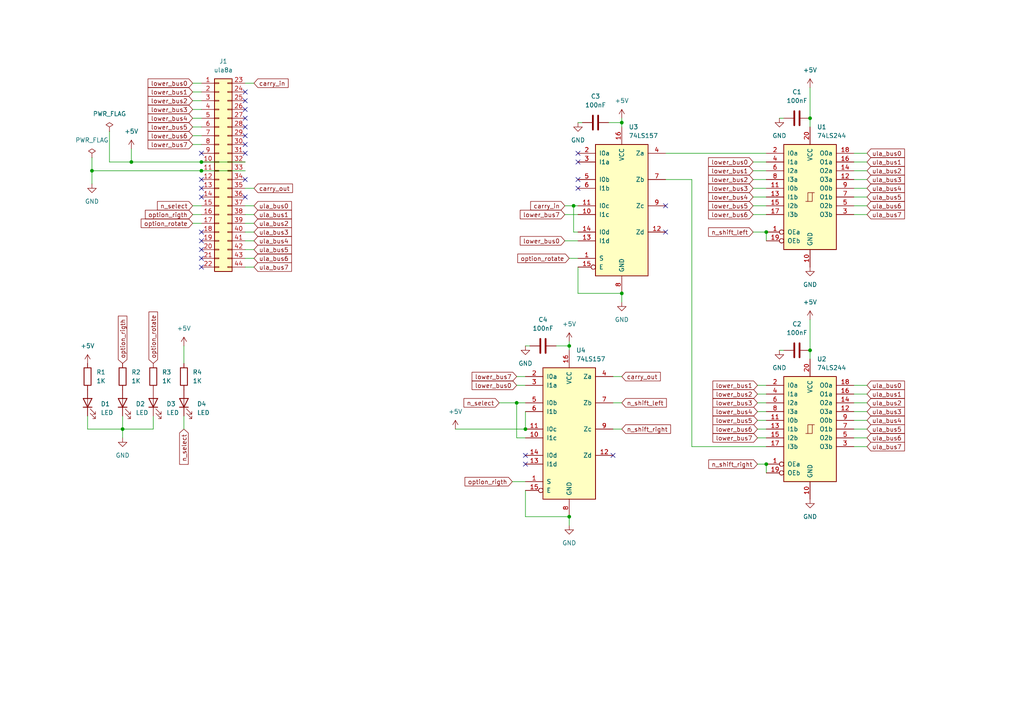
<source format=kicad_sch>
(kicad_sch (version 20211123) (generator eeschema)

  (uuid f224538e-d6c9-4fb4-a88a-79e3a2da5132)

  (paper "A4")

  (lib_symbols
    (symbol "74xx:74LS157" (pin_names (offset 1.016)) (in_bom yes) (on_board yes)
      (property "Reference" "U" (id 0) (at -7.62 19.05 0)
        (effects (font (size 1.27 1.27)))
      )
      (property "Value" "74LS157" (id 1) (at -7.62 -21.59 0)
        (effects (font (size 1.27 1.27)))
      )
      (property "Footprint" "" (id 2) (at 0 0 0)
        (effects (font (size 1.27 1.27)) hide)
      )
      (property "Datasheet" "http://www.ti.com/lit/gpn/sn74LS157" (id 3) (at 0 0 0)
        (effects (font (size 1.27 1.27)) hide)
      )
      (property "ki_locked" "" (id 4) (at 0 0 0)
        (effects (font (size 1.27 1.27)))
      )
      (property "ki_keywords" "TTL MUX MUX2" (id 5) (at 0 0 0)
        (effects (font (size 1.27 1.27)) hide)
      )
      (property "ki_description" "Quad 2 to 1 line Multiplexer" (id 6) (at 0 0 0)
        (effects (font (size 1.27 1.27)) hide)
      )
      (property "ki_fp_filters" "DIP?16*" (id 7) (at 0 0 0)
        (effects (font (size 1.27 1.27)) hide)
      )
      (symbol "74LS157_1_0"
        (pin input line (at -12.7 -15.24 0) (length 5.08)
          (name "S" (effects (font (size 1.27 1.27))))
          (number "1" (effects (font (size 1.27 1.27))))
        )
        (pin input line (at -12.7 -2.54 0) (length 5.08)
          (name "I1c" (effects (font (size 1.27 1.27))))
          (number "10" (effects (font (size 1.27 1.27))))
        )
        (pin input line (at -12.7 0 0) (length 5.08)
          (name "I0c" (effects (font (size 1.27 1.27))))
          (number "11" (effects (font (size 1.27 1.27))))
        )
        (pin output line (at 12.7 -7.62 180) (length 5.08)
          (name "Zd" (effects (font (size 1.27 1.27))))
          (number "12" (effects (font (size 1.27 1.27))))
        )
        (pin input line (at -12.7 -10.16 0) (length 5.08)
          (name "I1d" (effects (font (size 1.27 1.27))))
          (number "13" (effects (font (size 1.27 1.27))))
        )
        (pin input line (at -12.7 -7.62 0) (length 5.08)
          (name "I0d" (effects (font (size 1.27 1.27))))
          (number "14" (effects (font (size 1.27 1.27))))
        )
        (pin input inverted (at -12.7 -17.78 0) (length 5.08)
          (name "E" (effects (font (size 1.27 1.27))))
          (number "15" (effects (font (size 1.27 1.27))))
        )
        (pin power_in line (at 0 22.86 270) (length 5.08)
          (name "VCC" (effects (font (size 1.27 1.27))))
          (number "16" (effects (font (size 1.27 1.27))))
        )
        (pin input line (at -12.7 15.24 0) (length 5.08)
          (name "I0a" (effects (font (size 1.27 1.27))))
          (number "2" (effects (font (size 1.27 1.27))))
        )
        (pin input line (at -12.7 12.7 0) (length 5.08)
          (name "I1a" (effects (font (size 1.27 1.27))))
          (number "3" (effects (font (size 1.27 1.27))))
        )
        (pin output line (at 12.7 15.24 180) (length 5.08)
          (name "Za" (effects (font (size 1.27 1.27))))
          (number "4" (effects (font (size 1.27 1.27))))
        )
        (pin input line (at -12.7 7.62 0) (length 5.08)
          (name "I0b" (effects (font (size 1.27 1.27))))
          (number "5" (effects (font (size 1.27 1.27))))
        )
        (pin input line (at -12.7 5.08 0) (length 5.08)
          (name "I1b" (effects (font (size 1.27 1.27))))
          (number "6" (effects (font (size 1.27 1.27))))
        )
        (pin output line (at 12.7 7.62 180) (length 5.08)
          (name "Zb" (effects (font (size 1.27 1.27))))
          (number "7" (effects (font (size 1.27 1.27))))
        )
        (pin power_in line (at 0 -25.4 90) (length 5.08)
          (name "GND" (effects (font (size 1.27 1.27))))
          (number "8" (effects (font (size 1.27 1.27))))
        )
        (pin output line (at 12.7 0 180) (length 5.08)
          (name "Zc" (effects (font (size 1.27 1.27))))
          (number "9" (effects (font (size 1.27 1.27))))
        )
      )
      (symbol "74LS157_1_1"
        (rectangle (start -7.62 17.78) (end 7.62 -20.32)
          (stroke (width 0.254) (type default) (color 0 0 0 0))
          (fill (type background))
        )
      )
    )
    (symbol "74xx:74LS244" (pin_names (offset 1.016)) (in_bom yes) (on_board yes)
      (property "Reference" "U" (id 0) (at -7.62 16.51 0)
        (effects (font (size 1.27 1.27)))
      )
      (property "Value" "74LS244" (id 1) (at -7.62 -16.51 0)
        (effects (font (size 1.27 1.27)))
      )
      (property "Footprint" "" (id 2) (at 0 0 0)
        (effects (font (size 1.27 1.27)) hide)
      )
      (property "Datasheet" "http://www.ti.com/lit/ds/symlink/sn74ls244.pdf" (id 3) (at 0 0 0)
        (effects (font (size 1.27 1.27)) hide)
      )
      (property "ki_keywords" "7400 logic ttl low power schottky" (id 4) (at 0 0 0)
        (effects (font (size 1.27 1.27)) hide)
      )
      (property "ki_description" "Octal Buffer and Line Driver With 3-State Output, active-low enables, non-inverting outputs" (id 5) (at 0 0 0)
        (effects (font (size 1.27 1.27)) hide)
      )
      (property "ki_fp_filters" "DIP?20*" (id 6) (at 0 0 0)
        (effects (font (size 1.27 1.27)) hide)
      )
      (symbol "74LS244_1_0"
        (polyline
          (pts
            (xy -0.635 -1.27)
            (xy -0.635 1.27)
            (xy 0.635 1.27)
          )
          (stroke (width 0) (type default) (color 0 0 0 0))
          (fill (type none))
        )
        (polyline
          (pts
            (xy -1.27 -1.27)
            (xy 0.635 -1.27)
            (xy 0.635 1.27)
            (xy 1.27 1.27)
          )
          (stroke (width 0) (type default) (color 0 0 0 0))
          (fill (type none))
        )
        (pin input inverted (at -12.7 -10.16 0) (length 5.08)
          (name "OEa" (effects (font (size 1.27 1.27))))
          (number "1" (effects (font (size 1.27 1.27))))
        )
        (pin power_in line (at 0 -20.32 90) (length 5.08)
          (name "GND" (effects (font (size 1.27 1.27))))
          (number "10" (effects (font (size 1.27 1.27))))
        )
        (pin input line (at -12.7 2.54 0) (length 5.08)
          (name "I0b" (effects (font (size 1.27 1.27))))
          (number "11" (effects (font (size 1.27 1.27))))
        )
        (pin tri_state line (at 12.7 5.08 180) (length 5.08)
          (name "O3a" (effects (font (size 1.27 1.27))))
          (number "12" (effects (font (size 1.27 1.27))))
        )
        (pin input line (at -12.7 0 0) (length 5.08)
          (name "I1b" (effects (font (size 1.27 1.27))))
          (number "13" (effects (font (size 1.27 1.27))))
        )
        (pin tri_state line (at 12.7 7.62 180) (length 5.08)
          (name "O2a" (effects (font (size 1.27 1.27))))
          (number "14" (effects (font (size 1.27 1.27))))
        )
        (pin input line (at -12.7 -2.54 0) (length 5.08)
          (name "I2b" (effects (font (size 1.27 1.27))))
          (number "15" (effects (font (size 1.27 1.27))))
        )
        (pin tri_state line (at 12.7 10.16 180) (length 5.08)
          (name "O1a" (effects (font (size 1.27 1.27))))
          (number "16" (effects (font (size 1.27 1.27))))
        )
        (pin input line (at -12.7 -5.08 0) (length 5.08)
          (name "I3b" (effects (font (size 1.27 1.27))))
          (number "17" (effects (font (size 1.27 1.27))))
        )
        (pin tri_state line (at 12.7 12.7 180) (length 5.08)
          (name "O0a" (effects (font (size 1.27 1.27))))
          (number "18" (effects (font (size 1.27 1.27))))
        )
        (pin input inverted (at -12.7 -12.7 0) (length 5.08)
          (name "OEb" (effects (font (size 1.27 1.27))))
          (number "19" (effects (font (size 1.27 1.27))))
        )
        (pin input line (at -12.7 12.7 0) (length 5.08)
          (name "I0a" (effects (font (size 1.27 1.27))))
          (number "2" (effects (font (size 1.27 1.27))))
        )
        (pin power_in line (at 0 20.32 270) (length 5.08)
          (name "VCC" (effects (font (size 1.27 1.27))))
          (number "20" (effects (font (size 1.27 1.27))))
        )
        (pin tri_state line (at 12.7 -5.08 180) (length 5.08)
          (name "O3b" (effects (font (size 1.27 1.27))))
          (number "3" (effects (font (size 1.27 1.27))))
        )
        (pin input line (at -12.7 10.16 0) (length 5.08)
          (name "I1a" (effects (font (size 1.27 1.27))))
          (number "4" (effects (font (size 1.27 1.27))))
        )
        (pin tri_state line (at 12.7 -2.54 180) (length 5.08)
          (name "O2b" (effects (font (size 1.27 1.27))))
          (number "5" (effects (font (size 1.27 1.27))))
        )
        (pin input line (at -12.7 7.62 0) (length 5.08)
          (name "I2a" (effects (font (size 1.27 1.27))))
          (number "6" (effects (font (size 1.27 1.27))))
        )
        (pin tri_state line (at 12.7 0 180) (length 5.08)
          (name "O1b" (effects (font (size 1.27 1.27))))
          (number "7" (effects (font (size 1.27 1.27))))
        )
        (pin input line (at -12.7 5.08 0) (length 5.08)
          (name "I3a" (effects (font (size 1.27 1.27))))
          (number "8" (effects (font (size 1.27 1.27))))
        )
        (pin tri_state line (at 12.7 2.54 180) (length 5.08)
          (name "O0b" (effects (font (size 1.27 1.27))))
          (number "9" (effects (font (size 1.27 1.27))))
        )
      )
      (symbol "74LS244_1_1"
        (rectangle (start -7.62 15.24) (end 7.62 -15.24)
          (stroke (width 0.254) (type default) (color 0 0 0 0))
          (fill (type background))
        )
      )
    )
    (symbol "Connector_Generic:Conn_02x22_Top_Bottom" (pin_names (offset 1.016) hide) (in_bom yes) (on_board yes)
      (property "Reference" "J" (id 0) (at 1.27 27.94 0)
        (effects (font (size 1.27 1.27)))
      )
      (property "Value" "Conn_02x22_Top_Bottom" (id 1) (at 1.27 -30.48 0)
        (effects (font (size 1.27 1.27)))
      )
      (property "Footprint" "" (id 2) (at 0 0 0)
        (effects (font (size 1.27 1.27)) hide)
      )
      (property "Datasheet" "~" (id 3) (at 0 0 0)
        (effects (font (size 1.27 1.27)) hide)
      )
      (property "ki_keywords" "connector" (id 4) (at 0 0 0)
        (effects (font (size 1.27 1.27)) hide)
      )
      (property "ki_description" "Generic connector, double row, 02x22, top/bottom pin numbering scheme (row 1: 1...pins_per_row, row2: pins_per_row+1 ... num_pins), script generated (kicad-library-utils/schlib/autogen/connector/)" (id 5) (at 0 0 0)
        (effects (font (size 1.27 1.27)) hide)
      )
      (property "ki_fp_filters" "Connector*:*_2x??_*" (id 6) (at 0 0 0)
        (effects (font (size 1.27 1.27)) hide)
      )
      (symbol "Conn_02x22_Top_Bottom_1_1"
        (rectangle (start -1.27 -27.813) (end 0 -28.067)
          (stroke (width 0.1524) (type default) (color 0 0 0 0))
          (fill (type none))
        )
        (rectangle (start -1.27 -25.273) (end 0 -25.527)
          (stroke (width 0.1524) (type default) (color 0 0 0 0))
          (fill (type none))
        )
        (rectangle (start -1.27 -22.733) (end 0 -22.987)
          (stroke (width 0.1524) (type default) (color 0 0 0 0))
          (fill (type none))
        )
        (rectangle (start -1.27 -20.193) (end 0 -20.447)
          (stroke (width 0.1524) (type default) (color 0 0 0 0))
          (fill (type none))
        )
        (rectangle (start -1.27 -17.653) (end 0 -17.907)
          (stroke (width 0.1524) (type default) (color 0 0 0 0))
          (fill (type none))
        )
        (rectangle (start -1.27 -15.113) (end 0 -15.367)
          (stroke (width 0.1524) (type default) (color 0 0 0 0))
          (fill (type none))
        )
        (rectangle (start -1.27 -12.573) (end 0 -12.827)
          (stroke (width 0.1524) (type default) (color 0 0 0 0))
          (fill (type none))
        )
        (rectangle (start -1.27 -10.033) (end 0 -10.287)
          (stroke (width 0.1524) (type default) (color 0 0 0 0))
          (fill (type none))
        )
        (rectangle (start -1.27 -7.493) (end 0 -7.747)
          (stroke (width 0.1524) (type default) (color 0 0 0 0))
          (fill (type none))
        )
        (rectangle (start -1.27 -4.953) (end 0 -5.207)
          (stroke (width 0.1524) (type default) (color 0 0 0 0))
          (fill (type none))
        )
        (rectangle (start -1.27 -2.413) (end 0 -2.667)
          (stroke (width 0.1524) (type default) (color 0 0 0 0))
          (fill (type none))
        )
        (rectangle (start -1.27 0.127) (end 0 -0.127)
          (stroke (width 0.1524) (type default) (color 0 0 0 0))
          (fill (type none))
        )
        (rectangle (start -1.27 2.667) (end 0 2.413)
          (stroke (width 0.1524) (type default) (color 0 0 0 0))
          (fill (type none))
        )
        (rectangle (start -1.27 5.207) (end 0 4.953)
          (stroke (width 0.1524) (type default) (color 0 0 0 0))
          (fill (type none))
        )
        (rectangle (start -1.27 7.747) (end 0 7.493)
          (stroke (width 0.1524) (type default) (color 0 0 0 0))
          (fill (type none))
        )
        (rectangle (start -1.27 10.287) (end 0 10.033)
          (stroke (width 0.1524) (type default) (color 0 0 0 0))
          (fill (type none))
        )
        (rectangle (start -1.27 12.827) (end 0 12.573)
          (stroke (width 0.1524) (type default) (color 0 0 0 0))
          (fill (type none))
        )
        (rectangle (start -1.27 15.367) (end 0 15.113)
          (stroke (width 0.1524) (type default) (color 0 0 0 0))
          (fill (type none))
        )
        (rectangle (start -1.27 17.907) (end 0 17.653)
          (stroke (width 0.1524) (type default) (color 0 0 0 0))
          (fill (type none))
        )
        (rectangle (start -1.27 20.447) (end 0 20.193)
          (stroke (width 0.1524) (type default) (color 0 0 0 0))
          (fill (type none))
        )
        (rectangle (start -1.27 22.987) (end 0 22.733)
          (stroke (width 0.1524) (type default) (color 0 0 0 0))
          (fill (type none))
        )
        (rectangle (start -1.27 25.527) (end 0 25.273)
          (stroke (width 0.1524) (type default) (color 0 0 0 0))
          (fill (type none))
        )
        (rectangle (start -1.27 26.67) (end 3.81 -29.21)
          (stroke (width 0.254) (type default) (color 0 0 0 0))
          (fill (type background))
        )
        (rectangle (start 3.81 -27.813) (end 2.54 -28.067)
          (stroke (width 0.1524) (type default) (color 0 0 0 0))
          (fill (type none))
        )
        (rectangle (start 3.81 -25.273) (end 2.54 -25.527)
          (stroke (width 0.1524) (type default) (color 0 0 0 0))
          (fill (type none))
        )
        (rectangle (start 3.81 -22.733) (end 2.54 -22.987)
          (stroke (width 0.1524) (type default) (color 0 0 0 0))
          (fill (type none))
        )
        (rectangle (start 3.81 -20.193) (end 2.54 -20.447)
          (stroke (width 0.1524) (type default) (color 0 0 0 0))
          (fill (type none))
        )
        (rectangle (start 3.81 -17.653) (end 2.54 -17.907)
          (stroke (width 0.1524) (type default) (color 0 0 0 0))
          (fill (type none))
        )
        (rectangle (start 3.81 -15.113) (end 2.54 -15.367)
          (stroke (width 0.1524) (type default) (color 0 0 0 0))
          (fill (type none))
        )
        (rectangle (start 3.81 -12.573) (end 2.54 -12.827)
          (stroke (width 0.1524) (type default) (color 0 0 0 0))
          (fill (type none))
        )
        (rectangle (start 3.81 -10.033) (end 2.54 -10.287)
          (stroke (width 0.1524) (type default) (color 0 0 0 0))
          (fill (type none))
        )
        (rectangle (start 3.81 -7.493) (end 2.54 -7.747)
          (stroke (width 0.1524) (type default) (color 0 0 0 0))
          (fill (type none))
        )
        (rectangle (start 3.81 -4.953) (end 2.54 -5.207)
          (stroke (width 0.1524) (type default) (color 0 0 0 0))
          (fill (type none))
        )
        (rectangle (start 3.81 -2.413) (end 2.54 -2.667)
          (stroke (width 0.1524) (type default) (color 0 0 0 0))
          (fill (type none))
        )
        (rectangle (start 3.81 0.127) (end 2.54 -0.127)
          (stroke (width 0.1524) (type default) (color 0 0 0 0))
          (fill (type none))
        )
        (rectangle (start 3.81 2.667) (end 2.54 2.413)
          (stroke (width 0.1524) (type default) (color 0 0 0 0))
          (fill (type none))
        )
        (rectangle (start 3.81 5.207) (end 2.54 4.953)
          (stroke (width 0.1524) (type default) (color 0 0 0 0))
          (fill (type none))
        )
        (rectangle (start 3.81 7.747) (end 2.54 7.493)
          (stroke (width 0.1524) (type default) (color 0 0 0 0))
          (fill (type none))
        )
        (rectangle (start 3.81 10.287) (end 2.54 10.033)
          (stroke (width 0.1524) (type default) (color 0 0 0 0))
          (fill (type none))
        )
        (rectangle (start 3.81 12.827) (end 2.54 12.573)
          (stroke (width 0.1524) (type default) (color 0 0 0 0))
          (fill (type none))
        )
        (rectangle (start 3.81 15.367) (end 2.54 15.113)
          (stroke (width 0.1524) (type default) (color 0 0 0 0))
          (fill (type none))
        )
        (rectangle (start 3.81 17.907) (end 2.54 17.653)
          (stroke (width 0.1524) (type default) (color 0 0 0 0))
          (fill (type none))
        )
        (rectangle (start 3.81 20.447) (end 2.54 20.193)
          (stroke (width 0.1524) (type default) (color 0 0 0 0))
          (fill (type none))
        )
        (rectangle (start 3.81 22.987) (end 2.54 22.733)
          (stroke (width 0.1524) (type default) (color 0 0 0 0))
          (fill (type none))
        )
        (rectangle (start 3.81 25.527) (end 2.54 25.273)
          (stroke (width 0.1524) (type default) (color 0 0 0 0))
          (fill (type none))
        )
        (pin passive line (at -5.08 25.4 0) (length 3.81)
          (name "Pin_1" (effects (font (size 1.27 1.27))))
          (number "1" (effects (font (size 1.27 1.27))))
        )
        (pin passive line (at -5.08 2.54 0) (length 3.81)
          (name "Pin_10" (effects (font (size 1.27 1.27))))
          (number "10" (effects (font (size 1.27 1.27))))
        )
        (pin passive line (at -5.08 0 0) (length 3.81)
          (name "Pin_11" (effects (font (size 1.27 1.27))))
          (number "11" (effects (font (size 1.27 1.27))))
        )
        (pin passive line (at -5.08 -2.54 0) (length 3.81)
          (name "Pin_12" (effects (font (size 1.27 1.27))))
          (number "12" (effects (font (size 1.27 1.27))))
        )
        (pin passive line (at -5.08 -5.08 0) (length 3.81)
          (name "Pin_13" (effects (font (size 1.27 1.27))))
          (number "13" (effects (font (size 1.27 1.27))))
        )
        (pin passive line (at -5.08 -7.62 0) (length 3.81)
          (name "Pin_14" (effects (font (size 1.27 1.27))))
          (number "14" (effects (font (size 1.27 1.27))))
        )
        (pin passive line (at -5.08 -10.16 0) (length 3.81)
          (name "Pin_15" (effects (font (size 1.27 1.27))))
          (number "15" (effects (font (size 1.27 1.27))))
        )
        (pin passive line (at -5.08 -12.7 0) (length 3.81)
          (name "Pin_16" (effects (font (size 1.27 1.27))))
          (number "16" (effects (font (size 1.27 1.27))))
        )
        (pin passive line (at -5.08 -15.24 0) (length 3.81)
          (name "Pin_17" (effects (font (size 1.27 1.27))))
          (number "17" (effects (font (size 1.27 1.27))))
        )
        (pin passive line (at -5.08 -17.78 0) (length 3.81)
          (name "Pin_18" (effects (font (size 1.27 1.27))))
          (number "18" (effects (font (size 1.27 1.27))))
        )
        (pin passive line (at -5.08 -20.32 0) (length 3.81)
          (name "Pin_19" (effects (font (size 1.27 1.27))))
          (number "19" (effects (font (size 1.27 1.27))))
        )
        (pin passive line (at -5.08 22.86 0) (length 3.81)
          (name "Pin_2" (effects (font (size 1.27 1.27))))
          (number "2" (effects (font (size 1.27 1.27))))
        )
        (pin passive line (at -5.08 -22.86 0) (length 3.81)
          (name "Pin_20" (effects (font (size 1.27 1.27))))
          (number "20" (effects (font (size 1.27 1.27))))
        )
        (pin passive line (at -5.08 -25.4 0) (length 3.81)
          (name "Pin_21" (effects (font (size 1.27 1.27))))
          (number "21" (effects (font (size 1.27 1.27))))
        )
        (pin passive line (at -5.08 -27.94 0) (length 3.81)
          (name "Pin_22" (effects (font (size 1.27 1.27))))
          (number "22" (effects (font (size 1.27 1.27))))
        )
        (pin passive line (at 7.62 25.4 180) (length 3.81)
          (name "Pin_23" (effects (font (size 1.27 1.27))))
          (number "23" (effects (font (size 1.27 1.27))))
        )
        (pin passive line (at 7.62 22.86 180) (length 3.81)
          (name "Pin_24" (effects (font (size 1.27 1.27))))
          (number "24" (effects (font (size 1.27 1.27))))
        )
        (pin passive line (at 7.62 20.32 180) (length 3.81)
          (name "Pin_25" (effects (font (size 1.27 1.27))))
          (number "25" (effects (font (size 1.27 1.27))))
        )
        (pin passive line (at 7.62 17.78 180) (length 3.81)
          (name "Pin_26" (effects (font (size 1.27 1.27))))
          (number "26" (effects (font (size 1.27 1.27))))
        )
        (pin passive line (at 7.62 15.24 180) (length 3.81)
          (name "Pin_27" (effects (font (size 1.27 1.27))))
          (number "27" (effects (font (size 1.27 1.27))))
        )
        (pin passive line (at 7.62 12.7 180) (length 3.81)
          (name "Pin_28" (effects (font (size 1.27 1.27))))
          (number "28" (effects (font (size 1.27 1.27))))
        )
        (pin passive line (at 7.62 10.16 180) (length 3.81)
          (name "Pin_29" (effects (font (size 1.27 1.27))))
          (number "29" (effects (font (size 1.27 1.27))))
        )
        (pin passive line (at -5.08 20.32 0) (length 3.81)
          (name "Pin_3" (effects (font (size 1.27 1.27))))
          (number "3" (effects (font (size 1.27 1.27))))
        )
        (pin passive line (at 7.62 7.62 180) (length 3.81)
          (name "Pin_30" (effects (font (size 1.27 1.27))))
          (number "30" (effects (font (size 1.27 1.27))))
        )
        (pin passive line (at 7.62 5.08 180) (length 3.81)
          (name "Pin_31" (effects (font (size 1.27 1.27))))
          (number "31" (effects (font (size 1.27 1.27))))
        )
        (pin passive line (at 7.62 2.54 180) (length 3.81)
          (name "Pin_32" (effects (font (size 1.27 1.27))))
          (number "32" (effects (font (size 1.27 1.27))))
        )
        (pin passive line (at 7.62 0 180) (length 3.81)
          (name "Pin_33" (effects (font (size 1.27 1.27))))
          (number "33" (effects (font (size 1.27 1.27))))
        )
        (pin passive line (at 7.62 -2.54 180) (length 3.81)
          (name "Pin_34" (effects (font (size 1.27 1.27))))
          (number "34" (effects (font (size 1.27 1.27))))
        )
        (pin passive line (at 7.62 -5.08 180) (length 3.81)
          (name "Pin_35" (effects (font (size 1.27 1.27))))
          (number "35" (effects (font (size 1.27 1.27))))
        )
        (pin passive line (at 7.62 -7.62 180) (length 3.81)
          (name "Pin_36" (effects (font (size 1.27 1.27))))
          (number "36" (effects (font (size 1.27 1.27))))
        )
        (pin passive line (at 7.62 -10.16 180) (length 3.81)
          (name "Pin_37" (effects (font (size 1.27 1.27))))
          (number "37" (effects (font (size 1.27 1.27))))
        )
        (pin passive line (at 7.62 -12.7 180) (length 3.81)
          (name "Pin_38" (effects (font (size 1.27 1.27))))
          (number "38" (effects (font (size 1.27 1.27))))
        )
        (pin passive line (at 7.62 -15.24 180) (length 3.81)
          (name "Pin_39" (effects (font (size 1.27 1.27))))
          (number "39" (effects (font (size 1.27 1.27))))
        )
        (pin passive line (at -5.08 17.78 0) (length 3.81)
          (name "Pin_4" (effects (font (size 1.27 1.27))))
          (number "4" (effects (font (size 1.27 1.27))))
        )
        (pin passive line (at 7.62 -17.78 180) (length 3.81)
          (name "Pin_40" (effects (font (size 1.27 1.27))))
          (number "40" (effects (font (size 1.27 1.27))))
        )
        (pin passive line (at 7.62 -20.32 180) (length 3.81)
          (name "Pin_41" (effects (font (size 1.27 1.27))))
          (number "41" (effects (font (size 1.27 1.27))))
        )
        (pin passive line (at 7.62 -22.86 180) (length 3.81)
          (name "Pin_42" (effects (font (size 1.27 1.27))))
          (number "42" (effects (font (size 1.27 1.27))))
        )
        (pin passive line (at 7.62 -25.4 180) (length 3.81)
          (name "Pin_43" (effects (font (size 1.27 1.27))))
          (number "43" (effects (font (size 1.27 1.27))))
        )
        (pin passive line (at 7.62 -27.94 180) (length 3.81)
          (name "Pin_44" (effects (font (size 1.27 1.27))))
          (number "44" (effects (font (size 1.27 1.27))))
        )
        (pin passive line (at -5.08 15.24 0) (length 3.81)
          (name "Pin_5" (effects (font (size 1.27 1.27))))
          (number "5" (effects (font (size 1.27 1.27))))
        )
        (pin passive line (at -5.08 12.7 0) (length 3.81)
          (name "Pin_6" (effects (font (size 1.27 1.27))))
          (number "6" (effects (font (size 1.27 1.27))))
        )
        (pin passive line (at -5.08 10.16 0) (length 3.81)
          (name "Pin_7" (effects (font (size 1.27 1.27))))
          (number "7" (effects (font (size 1.27 1.27))))
        )
        (pin passive line (at -5.08 7.62 0) (length 3.81)
          (name "Pin_8" (effects (font (size 1.27 1.27))))
          (number "8" (effects (font (size 1.27 1.27))))
        )
        (pin passive line (at -5.08 5.08 0) (length 3.81)
          (name "Pin_9" (effects (font (size 1.27 1.27))))
          (number "9" (effects (font (size 1.27 1.27))))
        )
      )
    )
    (symbol "Device:C" (pin_numbers hide) (pin_names (offset 0.254)) (in_bom yes) (on_board yes)
      (property "Reference" "C" (id 0) (at 0.635 2.54 0)
        (effects (font (size 1.27 1.27)) (justify left))
      )
      (property "Value" "C" (id 1) (at 0.635 -2.54 0)
        (effects (font (size 1.27 1.27)) (justify left))
      )
      (property "Footprint" "" (id 2) (at 0.9652 -3.81 0)
        (effects (font (size 1.27 1.27)) hide)
      )
      (property "Datasheet" "~" (id 3) (at 0 0 0)
        (effects (font (size 1.27 1.27)) hide)
      )
      (property "ki_keywords" "cap capacitor" (id 4) (at 0 0 0)
        (effects (font (size 1.27 1.27)) hide)
      )
      (property "ki_description" "Unpolarized capacitor" (id 5) (at 0 0 0)
        (effects (font (size 1.27 1.27)) hide)
      )
      (property "ki_fp_filters" "C_*" (id 6) (at 0 0 0)
        (effects (font (size 1.27 1.27)) hide)
      )
      (symbol "C_0_1"
        (polyline
          (pts
            (xy -2.032 -0.762)
            (xy 2.032 -0.762)
          )
          (stroke (width 0.508) (type default) (color 0 0 0 0))
          (fill (type none))
        )
        (polyline
          (pts
            (xy -2.032 0.762)
            (xy 2.032 0.762)
          )
          (stroke (width 0.508) (type default) (color 0 0 0 0))
          (fill (type none))
        )
      )
      (symbol "C_1_1"
        (pin passive line (at 0 3.81 270) (length 2.794)
          (name "~" (effects (font (size 1.27 1.27))))
          (number "1" (effects (font (size 1.27 1.27))))
        )
        (pin passive line (at 0 -3.81 90) (length 2.794)
          (name "~" (effects (font (size 1.27 1.27))))
          (number "2" (effects (font (size 1.27 1.27))))
        )
      )
    )
    (symbol "Device:LED" (pin_numbers hide) (pin_names (offset 1.016) hide) (in_bom yes) (on_board yes)
      (property "Reference" "D" (id 0) (at 0 2.54 0)
        (effects (font (size 1.27 1.27)))
      )
      (property "Value" "LED" (id 1) (at 0 -2.54 0)
        (effects (font (size 1.27 1.27)))
      )
      (property "Footprint" "" (id 2) (at 0 0 0)
        (effects (font (size 1.27 1.27)) hide)
      )
      (property "Datasheet" "~" (id 3) (at 0 0 0)
        (effects (font (size 1.27 1.27)) hide)
      )
      (property "ki_keywords" "LED diode" (id 4) (at 0 0 0)
        (effects (font (size 1.27 1.27)) hide)
      )
      (property "ki_description" "Light emitting diode" (id 5) (at 0 0 0)
        (effects (font (size 1.27 1.27)) hide)
      )
      (property "ki_fp_filters" "LED* LED_SMD:* LED_THT:*" (id 6) (at 0 0 0)
        (effects (font (size 1.27 1.27)) hide)
      )
      (symbol "LED_0_1"
        (polyline
          (pts
            (xy -1.27 -1.27)
            (xy -1.27 1.27)
          )
          (stroke (width 0.254) (type default) (color 0 0 0 0))
          (fill (type none))
        )
        (polyline
          (pts
            (xy -1.27 0)
            (xy 1.27 0)
          )
          (stroke (width 0) (type default) (color 0 0 0 0))
          (fill (type none))
        )
        (polyline
          (pts
            (xy 1.27 -1.27)
            (xy 1.27 1.27)
            (xy -1.27 0)
            (xy 1.27 -1.27)
          )
          (stroke (width 0.254) (type default) (color 0 0 0 0))
          (fill (type none))
        )
        (polyline
          (pts
            (xy -3.048 -0.762)
            (xy -4.572 -2.286)
            (xy -3.81 -2.286)
            (xy -4.572 -2.286)
            (xy -4.572 -1.524)
          )
          (stroke (width 0) (type default) (color 0 0 0 0))
          (fill (type none))
        )
        (polyline
          (pts
            (xy -1.778 -0.762)
            (xy -3.302 -2.286)
            (xy -2.54 -2.286)
            (xy -3.302 -2.286)
            (xy -3.302 -1.524)
          )
          (stroke (width 0) (type default) (color 0 0 0 0))
          (fill (type none))
        )
      )
      (symbol "LED_1_1"
        (pin passive line (at -3.81 0 0) (length 2.54)
          (name "K" (effects (font (size 1.27 1.27))))
          (number "1" (effects (font (size 1.27 1.27))))
        )
        (pin passive line (at 3.81 0 180) (length 2.54)
          (name "A" (effects (font (size 1.27 1.27))))
          (number "2" (effects (font (size 1.27 1.27))))
        )
      )
    )
    (symbol "Device:R" (pin_numbers hide) (pin_names (offset 0)) (in_bom yes) (on_board yes)
      (property "Reference" "R" (id 0) (at 2.032 0 90)
        (effects (font (size 1.27 1.27)))
      )
      (property "Value" "R" (id 1) (at 0 0 90)
        (effects (font (size 1.27 1.27)))
      )
      (property "Footprint" "" (id 2) (at -1.778 0 90)
        (effects (font (size 1.27 1.27)) hide)
      )
      (property "Datasheet" "~" (id 3) (at 0 0 0)
        (effects (font (size 1.27 1.27)) hide)
      )
      (property "ki_keywords" "R res resistor" (id 4) (at 0 0 0)
        (effects (font (size 1.27 1.27)) hide)
      )
      (property "ki_description" "Resistor" (id 5) (at 0 0 0)
        (effects (font (size 1.27 1.27)) hide)
      )
      (property "ki_fp_filters" "R_*" (id 6) (at 0 0 0)
        (effects (font (size 1.27 1.27)) hide)
      )
      (symbol "R_0_1"
        (rectangle (start -1.016 -2.54) (end 1.016 2.54)
          (stroke (width 0.254) (type default) (color 0 0 0 0))
          (fill (type none))
        )
      )
      (symbol "R_1_1"
        (pin passive line (at 0 3.81 270) (length 1.27)
          (name "~" (effects (font (size 1.27 1.27))))
          (number "1" (effects (font (size 1.27 1.27))))
        )
        (pin passive line (at 0 -3.81 90) (length 1.27)
          (name "~" (effects (font (size 1.27 1.27))))
          (number "2" (effects (font (size 1.27 1.27))))
        )
      )
    )
    (symbol "power:+5V" (power) (pin_names (offset 0)) (in_bom yes) (on_board yes)
      (property "Reference" "#PWR" (id 0) (at 0 -3.81 0)
        (effects (font (size 1.27 1.27)) hide)
      )
      (property "Value" "+5V" (id 1) (at 0 3.556 0)
        (effects (font (size 1.27 1.27)))
      )
      (property "Footprint" "" (id 2) (at 0 0 0)
        (effects (font (size 1.27 1.27)) hide)
      )
      (property "Datasheet" "" (id 3) (at 0 0 0)
        (effects (font (size 1.27 1.27)) hide)
      )
      (property "ki_keywords" "power-flag" (id 4) (at 0 0 0)
        (effects (font (size 1.27 1.27)) hide)
      )
      (property "ki_description" "Power symbol creates a global label with name \"+5V\"" (id 5) (at 0 0 0)
        (effects (font (size 1.27 1.27)) hide)
      )
      (symbol "+5V_0_1"
        (polyline
          (pts
            (xy -0.762 1.27)
            (xy 0 2.54)
          )
          (stroke (width 0) (type default) (color 0 0 0 0))
          (fill (type none))
        )
        (polyline
          (pts
            (xy 0 0)
            (xy 0 2.54)
          )
          (stroke (width 0) (type default) (color 0 0 0 0))
          (fill (type none))
        )
        (polyline
          (pts
            (xy 0 2.54)
            (xy 0.762 1.27)
          )
          (stroke (width 0) (type default) (color 0 0 0 0))
          (fill (type none))
        )
      )
      (symbol "+5V_1_1"
        (pin power_in line (at 0 0 90) (length 0) hide
          (name "+5V" (effects (font (size 1.27 1.27))))
          (number "1" (effects (font (size 1.27 1.27))))
        )
      )
    )
    (symbol "power:GND" (power) (pin_names (offset 0)) (in_bom yes) (on_board yes)
      (property "Reference" "#PWR" (id 0) (at 0 -6.35 0)
        (effects (font (size 1.27 1.27)) hide)
      )
      (property "Value" "GND" (id 1) (at 0 -3.81 0)
        (effects (font (size 1.27 1.27)))
      )
      (property "Footprint" "" (id 2) (at 0 0 0)
        (effects (font (size 1.27 1.27)) hide)
      )
      (property "Datasheet" "" (id 3) (at 0 0 0)
        (effects (font (size 1.27 1.27)) hide)
      )
      (property "ki_keywords" "power-flag" (id 4) (at 0 0 0)
        (effects (font (size 1.27 1.27)) hide)
      )
      (property "ki_description" "Power symbol creates a global label with name \"GND\" , ground" (id 5) (at 0 0 0)
        (effects (font (size 1.27 1.27)) hide)
      )
      (symbol "GND_0_1"
        (polyline
          (pts
            (xy 0 0)
            (xy 0 -1.27)
            (xy 1.27 -1.27)
            (xy 0 -2.54)
            (xy -1.27 -1.27)
            (xy 0 -1.27)
          )
          (stroke (width 0) (type default) (color 0 0 0 0))
          (fill (type none))
        )
      )
      (symbol "GND_1_1"
        (pin power_in line (at 0 0 270) (length 0) hide
          (name "GND" (effects (font (size 1.27 1.27))))
          (number "1" (effects (font (size 1.27 1.27))))
        )
      )
    )
    (symbol "power:PWR_FLAG" (power) (pin_numbers hide) (pin_names (offset 0) hide) (in_bom yes) (on_board yes)
      (property "Reference" "#FLG" (id 0) (at 0 1.905 0)
        (effects (font (size 1.27 1.27)) hide)
      )
      (property "Value" "PWR_FLAG" (id 1) (at 0 3.81 0)
        (effects (font (size 1.27 1.27)))
      )
      (property "Footprint" "" (id 2) (at 0 0 0)
        (effects (font (size 1.27 1.27)) hide)
      )
      (property "Datasheet" "~" (id 3) (at 0 0 0)
        (effects (font (size 1.27 1.27)) hide)
      )
      (property "ki_keywords" "power-flag" (id 4) (at 0 0 0)
        (effects (font (size 1.27 1.27)) hide)
      )
      (property "ki_description" "Special symbol for telling ERC where power comes from" (id 5) (at 0 0 0)
        (effects (font (size 1.27 1.27)) hide)
      )
      (symbol "PWR_FLAG_0_0"
        (pin power_out line (at 0 0 90) (length 0)
          (name "pwr" (effects (font (size 1.27 1.27))))
          (number "1" (effects (font (size 1.27 1.27))))
        )
      )
      (symbol "PWR_FLAG_0_1"
        (polyline
          (pts
            (xy 0 0)
            (xy 0 1.27)
            (xy -1.016 1.905)
            (xy 0 2.54)
            (xy 1.016 1.905)
            (xy 0 1.27)
          )
          (stroke (width 0) (type default) (color 0 0 0 0))
          (fill (type none))
        )
      )
    )
  )

  (junction (at 234.95 34.29) (diameter 0) (color 0 0 0 0)
    (uuid 04dc5f01-005e-489c-bf2a-26040eb68714)
  )
  (junction (at 58.42 49.53) (diameter 0) (color 0 0 0 0)
    (uuid 1ab9ec3b-28a9-4cc2-98a3-ef75b750e748)
  )
  (junction (at 149.86 116.84) (diameter 0) (color 0 0 0 0)
    (uuid 2c73a8f6-a9d3-4562-84f8-46aaa25d718e)
  )
  (junction (at 152.4 124.46) (diameter 0) (color 0 0 0 0)
    (uuid 49520ce2-f77f-431b-abfb-e04769afed28)
  )
  (junction (at 180.34 85.09) (diameter 0) (color 0 0 0 0)
    (uuid 497c2578-a780-495e-9f08-fce81b018f7a)
  )
  (junction (at 166.37 59.69) (diameter 0) (color 0 0 0 0)
    (uuid 6e90525d-053b-409f-a8c3-17c29dd7275f)
  )
  (junction (at 58.42 46.99) (diameter 0) (color 0 0 0 0)
    (uuid 73981406-711d-4a18-b966-67db4aec6c79)
  )
  (junction (at 38.1 46.99) (diameter 0) (color 0 0 0 0)
    (uuid 97e69f9f-f4c1-48c5-9e6f-925199aadb0c)
  )
  (junction (at 165.1 149.86) (diameter 0) (color 0 0 0 0)
    (uuid 9c5196aa-00bc-409b-ae7a-9c38f4a146f0)
  )
  (junction (at 222.25 134.62) (diameter 0) (color 0 0 0 0)
    (uuid 9d80da1f-b772-4ecc-bb96-aa02b841f8e7)
  )
  (junction (at 180.34 35.56) (diameter 0) (color 0 0 0 0)
    (uuid a0f4a407-d930-4797-960f-54e4421ca03b)
  )
  (junction (at 222.25 67.31) (diameter 0) (color 0 0 0 0)
    (uuid bf59dd26-1edb-4581-bc64-af02a59eb5a3)
  )
  (junction (at 26.67 49.53) (diameter 0) (color 0 0 0 0)
    (uuid c393e27a-97a4-4bf2-8f0a-098dc4db274f)
  )
  (junction (at 165.1 100.33) (diameter 0) (color 0 0 0 0)
    (uuid daab161d-144e-44fa-80d2-3eb4bd937377)
  )
  (junction (at 35.56 124.46) (diameter 0) (color 0 0 0 0)
    (uuid dc48c391-2d59-4393-a928-61220cedb6ae)
  )
  (junction (at 234.95 101.6) (diameter 0) (color 0 0 0 0)
    (uuid eac5ba16-ebb7-46ee-9961-147073d4b5cb)
  )

  (no_connect (at 58.42 44.45) (uuid 00dbac8a-2207-40fb-a94f-c0085fccae92))
  (no_connect (at 58.42 54.61) (uuid 06b855dc-8e72-463c-b343-773440b6d989))
  (no_connect (at 58.42 77.47) (uuid 19806acc-d284-4551-a3ee-f561a1e6c771))
  (no_connect (at 193.04 59.69) (uuid 1c3ec47c-fab1-4ddf-acc6-0cf4819cd8ca))
  (no_connect (at 152.4 134.62) (uuid 25d0aeb0-0072-4f56-8f09-116682cbd184))
  (no_connect (at 58.42 69.85) (uuid 49d10c6d-0d6a-4861-9497-53423ebf8383))
  (no_connect (at 177.8 132.08) (uuid 4f1e325b-639a-4fa8-a960-f683e45f7e0b))
  (no_connect (at 152.4 132.08) (uuid 530c8262-289f-4af6-82ac-f8df12055714))
  (no_connect (at 58.42 74.93) (uuid 6062fdf1-e270-440e-8d97-7a2be6a49a5b))
  (no_connect (at 58.42 72.39) (uuid 6f2e1e6e-227a-49f8-9536-97741ccd1743))
  (no_connect (at 71.12 57.15) (uuid 773bab9b-1f17-4efc-a0bb-d844025ba29d))
  (no_connect (at 167.64 54.61) (uuid 8ae9cb97-d37d-422a-bfba-2392f365e5b8))
  (no_connect (at 167.64 52.07) (uuid 8ae9cb97-d37d-422a-bfba-2392f365e5b8))
  (no_connect (at 167.64 46.99) (uuid 8ae9cb97-d37d-422a-bfba-2392f365e5b8))
  (no_connect (at 167.64 44.45) (uuid 8ae9cb97-d37d-422a-bfba-2392f365e5b8))
  (no_connect (at 58.42 57.15) (uuid 9feeed14-cb8d-4756-b515-085660ea611a))
  (no_connect (at 58.42 67.31) (uuid a41a7037-cfe6-40a1-9a75-84a9cfa420b9))
  (no_connect (at 193.04 67.31) (uuid adcbb739-d720-4872-be76-46ccf91035c2))
  (no_connect (at 71.12 26.67) (uuid cc276e06-a786-4816-be93-1a6b0bb4d84e))
  (no_connect (at 71.12 29.21) (uuid cc276e06-a786-4816-be93-1a6b0bb4d84e))
  (no_connect (at 71.12 31.75) (uuid cc276e06-a786-4816-be93-1a6b0bb4d84e))
  (no_connect (at 71.12 34.29) (uuid cc276e06-a786-4816-be93-1a6b0bb4d84e))
  (no_connect (at 71.12 36.83) (uuid cc276e06-a786-4816-be93-1a6b0bb4d84e))
  (no_connect (at 71.12 39.37) (uuid cc276e06-a786-4816-be93-1a6b0bb4d84e))
  (no_connect (at 71.12 41.91) (uuid cc276e06-a786-4816-be93-1a6b0bb4d84e))
  (no_connect (at 71.12 44.45) (uuid cc276e06-a786-4816-be93-1a6b0bb4d84e))
  (no_connect (at 58.42 52.07) (uuid ddb183f4-ca7d-4015-95cb-4f14164687f1))
  (no_connect (at 71.12 52.07) (uuid fbeda1ce-99c5-498b-8257-d1209040dfff))

  (wire (pts (xy 55.88 24.13) (xy 58.42 24.13))
    (stroke (width 0) (type default) (color 0 0 0 0))
    (uuid 0160104d-ae46-4aed-91f6-d2e04a2f97aa)
  )
  (wire (pts (xy 26.67 49.53) (xy 26.67 53.34))
    (stroke (width 0) (type default) (color 0 0 0 0))
    (uuid 01db5b17-048a-498f-8ca0-8bf04a2e59a6)
  )
  (wire (pts (xy 55.88 41.91) (xy 58.42 41.91))
    (stroke (width 0) (type default) (color 0 0 0 0))
    (uuid 05598a73-d7dd-479c-bd3e-5204c5437f44)
  )
  (wire (pts (xy 55.88 29.21) (xy 58.42 29.21))
    (stroke (width 0) (type default) (color 0 0 0 0))
    (uuid 0638ef45-f937-4bd7-97b8-b16a9441bb00)
  )
  (wire (pts (xy 152.4 142.24) (xy 152.4 149.86))
    (stroke (width 0) (type default) (color 0 0 0 0))
    (uuid 0991d001-cd1d-4239-a28b-481f6ef7e314)
  )
  (wire (pts (xy 44.45 120.65) (xy 44.45 124.46))
    (stroke (width 0) (type default) (color 0 0 0 0))
    (uuid 0a3d283f-a703-42e4-8ae5-f52d8bce5713)
  )
  (wire (pts (xy 163.83 59.69) (xy 166.37 59.69))
    (stroke (width 0) (type default) (color 0 0 0 0))
    (uuid 11bb6fcb-9ef6-4e12-9d6b-33df57416559)
  )
  (wire (pts (xy 219.71 121.92) (xy 222.25 121.92))
    (stroke (width 0) (type default) (color 0 0 0 0))
    (uuid 121ac3a8-109a-4ce6-a3a3-932a738ac930)
  )
  (wire (pts (xy 251.46 111.76) (xy 247.65 111.76))
    (stroke (width 0) (type default) (color 0 0 0 0))
    (uuid 1249c17f-7627-43e5-9b83-ae904334c0cd)
  )
  (wire (pts (xy 148.59 139.7) (xy 152.4 139.7))
    (stroke (width 0) (type default) (color 0 0 0 0))
    (uuid 15ef742f-d1f9-4ade-8517-1aa397e7c2b9)
  )
  (wire (pts (xy 251.46 124.46) (xy 247.65 124.46))
    (stroke (width 0) (type default) (color 0 0 0 0))
    (uuid 1aa7a535-d6a4-4e23-a47c-ea8c7fb78147)
  )
  (wire (pts (xy 163.83 69.85) (xy 167.64 69.85))
    (stroke (width 0) (type default) (color 0 0 0 0))
    (uuid 1ac44e61-a381-41a7-bcc3-13c0109cde90)
  )
  (wire (pts (xy 25.4 120.65) (xy 25.4 124.46))
    (stroke (width 0) (type default) (color 0 0 0 0))
    (uuid 1c06faae-5902-42fd-ba7e-108b825cb18e)
  )
  (wire (pts (xy 193.04 44.45) (xy 222.25 44.45))
    (stroke (width 0) (type default) (color 0 0 0 0))
    (uuid 1f7120b1-990a-4c9b-bd8e-dc6d4c9867b7)
  )
  (wire (pts (xy 58.42 49.53) (xy 71.12 49.53))
    (stroke (width 0) (type default) (color 0 0 0 0))
    (uuid 20732c72-b1c7-4450-8a44-09285ad37e05)
  )
  (wire (pts (xy 35.56 120.65) (xy 35.56 124.46))
    (stroke (width 0) (type default) (color 0 0 0 0))
    (uuid 242dc6e9-f6a2-4495-98bc-40a82b8e35e1)
  )
  (wire (pts (xy 222.25 67.31) (xy 222.25 69.85))
    (stroke (width 0) (type default) (color 0 0 0 0))
    (uuid 2740bc88-625b-4eef-b1e0-5d4787a83fb3)
  )
  (wire (pts (xy 31.75 46.99) (xy 38.1 46.99))
    (stroke (width 0) (type default) (color 0 0 0 0))
    (uuid 280b7919-328c-4884-990f-f7dd82dafe81)
  )
  (wire (pts (xy 166.37 59.69) (xy 166.37 67.31))
    (stroke (width 0) (type default) (color 0 0 0 0))
    (uuid 294ffbff-ad63-4379-ab8d-53b75e807fc1)
  )
  (wire (pts (xy 73.66 72.39) (xy 71.12 72.39))
    (stroke (width 0) (type default) (color 0 0 0 0))
    (uuid 2a999396-4a66-4372-a82a-062489e7dc09)
  )
  (wire (pts (xy 163.83 62.23) (xy 167.64 62.23))
    (stroke (width 0) (type default) (color 0 0 0 0))
    (uuid 2b424e4b-192e-4891-b8d3-d807c6c94095)
  )
  (wire (pts (xy 55.88 39.37) (xy 58.42 39.37))
    (stroke (width 0) (type default) (color 0 0 0 0))
    (uuid 2dbd5da5-032c-4e01-8acb-8d91da7a9b58)
  )
  (wire (pts (xy 251.46 59.69) (xy 247.65 59.69))
    (stroke (width 0) (type default) (color 0 0 0 0))
    (uuid 2e10571f-1070-436c-bff7-63ff63673774)
  )
  (wire (pts (xy 218.44 57.15) (xy 222.25 57.15))
    (stroke (width 0) (type default) (color 0 0 0 0))
    (uuid 2f930889-a0d7-4e04-9591-e2e7ae579096)
  )
  (wire (pts (xy 234.95 34.29) (xy 234.95 36.83))
    (stroke (width 0) (type default) (color 0 0 0 0))
    (uuid 2f96c1a6-000f-4c5d-b630-ff472ca19900)
  )
  (wire (pts (xy 132.08 124.46) (xy 152.4 124.46))
    (stroke (width 0) (type default) (color 0 0 0 0))
    (uuid 31e73e8d-2a69-4533-9159-ff1e97108295)
  )
  (wire (pts (xy 38.1 46.99) (xy 58.42 46.99))
    (stroke (width 0) (type default) (color 0 0 0 0))
    (uuid 34a37ff2-2f77-4f44-98ac-38d64817d0f9)
  )
  (wire (pts (xy 180.34 109.22) (xy 177.8 109.22))
    (stroke (width 0) (type default) (color 0 0 0 0))
    (uuid 3674899b-ca41-4fe9-b143-c9df841579b0)
  )
  (wire (pts (xy 35.56 127) (xy 35.56 124.46))
    (stroke (width 0) (type default) (color 0 0 0 0))
    (uuid 3873fcff-cca0-445c-8ccf-2cc916b0081c)
  )
  (wire (pts (xy 55.88 59.69) (xy 58.42 59.69))
    (stroke (width 0) (type default) (color 0 0 0 0))
    (uuid 398c8177-4fca-42aa-bede-e10ed0066f8e)
  )
  (wire (pts (xy 251.46 121.92) (xy 247.65 121.92))
    (stroke (width 0) (type default) (color 0 0 0 0))
    (uuid 3ad7aa14-9a85-4405-b704-4608c90fe886)
  )
  (wire (pts (xy 251.46 46.99) (xy 247.65 46.99))
    (stroke (width 0) (type default) (color 0 0 0 0))
    (uuid 3b58ba28-2b36-44ec-9ae9-9b48fe485eff)
  )
  (wire (pts (xy 180.34 35.56) (xy 180.34 36.83))
    (stroke (width 0) (type default) (color 0 0 0 0))
    (uuid 3c29df24-3d9c-4fdc-9827-8486e04d667a)
  )
  (wire (pts (xy 73.66 67.31) (xy 71.12 67.31))
    (stroke (width 0) (type default) (color 0 0 0 0))
    (uuid 3ceda352-1370-44ae-a5ca-39597a65641f)
  )
  (wire (pts (xy 167.64 35.56) (xy 168.91 35.56))
    (stroke (width 0) (type default) (color 0 0 0 0))
    (uuid 4170a876-6a99-4432-ac7d-dfcef9818c0f)
  )
  (wire (pts (xy 180.34 124.46) (xy 177.8 124.46))
    (stroke (width 0) (type default) (color 0 0 0 0))
    (uuid 4203a2ad-1be3-4f49-a7f6-eb53b5eb2df9)
  )
  (wire (pts (xy 251.46 116.84) (xy 247.65 116.84))
    (stroke (width 0) (type default) (color 0 0 0 0))
    (uuid 421b9032-d1b1-4281-a3de-608a6d3b375f)
  )
  (wire (pts (xy 219.71 124.46) (xy 222.25 124.46))
    (stroke (width 0) (type default) (color 0 0 0 0))
    (uuid 444fb454-6809-42e6-b882-3db7e3d3c161)
  )
  (wire (pts (xy 73.66 24.13) (xy 71.12 24.13))
    (stroke (width 0) (type default) (color 0 0 0 0))
    (uuid 479f6f23-f093-4e84-a526-4afd169815a5)
  )
  (wire (pts (xy 58.42 46.99) (xy 71.12 46.99))
    (stroke (width 0) (type default) (color 0 0 0 0))
    (uuid 486b7258-beb8-4d9f-bd4a-0b5c6c626a3c)
  )
  (wire (pts (xy 251.46 54.61) (xy 247.65 54.61))
    (stroke (width 0) (type default) (color 0 0 0 0))
    (uuid 4a00b90a-a05d-4219-9099-86ed9e8652b3)
  )
  (wire (pts (xy 251.46 57.15) (xy 247.65 57.15))
    (stroke (width 0) (type default) (color 0 0 0 0))
    (uuid 50e9cfa8-c338-4293-a5d0-5af832773876)
  )
  (wire (pts (xy 165.1 74.93) (xy 167.64 74.93))
    (stroke (width 0) (type default) (color 0 0 0 0))
    (uuid 512f70c6-a3ba-4a64-b41f-1e244ca59ad8)
  )
  (wire (pts (xy 165.1 99.06) (xy 165.1 100.33))
    (stroke (width 0) (type default) (color 0 0 0 0))
    (uuid 518059fc-e400-4a89-a8f2-70e5c1a9f2f5)
  )
  (wire (pts (xy 55.88 34.29) (xy 58.42 34.29))
    (stroke (width 0) (type default) (color 0 0 0 0))
    (uuid 548697c9-14db-4f0b-9c6c-0b5412a09dfc)
  )
  (wire (pts (xy 44.45 124.46) (xy 35.56 124.46))
    (stroke (width 0) (type default) (color 0 0 0 0))
    (uuid 618e1ff1-de3b-4e4a-9a60-8d2041419e35)
  )
  (wire (pts (xy 180.34 116.84) (xy 177.8 116.84))
    (stroke (width 0) (type default) (color 0 0 0 0))
    (uuid 63f42a53-0285-4ca5-b9d9-462427d0116f)
  )
  (wire (pts (xy 31.75 38.1) (xy 31.75 46.99))
    (stroke (width 0) (type default) (color 0 0 0 0))
    (uuid 67623267-bd14-4e10-baab-6bae7b1ceb49)
  )
  (wire (pts (xy 226.06 101.6) (xy 227.33 101.6))
    (stroke (width 0) (type default) (color 0 0 0 0))
    (uuid 67d02b5c-f632-4fb5-882d-a5c5fc811082)
  )
  (wire (pts (xy 251.46 129.54) (xy 247.65 129.54))
    (stroke (width 0) (type default) (color 0 0 0 0))
    (uuid 6874ac86-df5c-493d-a26e-11f0fd58eb4c)
  )
  (wire (pts (xy 55.88 36.83) (xy 58.42 36.83))
    (stroke (width 0) (type default) (color 0 0 0 0))
    (uuid 6906bb12-944b-4bb3-96cb-45af42efbfe8)
  )
  (wire (pts (xy 53.34 120.65) (xy 53.34 124.46))
    (stroke (width 0) (type default) (color 0 0 0 0))
    (uuid 6ad6e429-a703-40d7-acc2-1612608ed819)
  )
  (wire (pts (xy 152.4 119.38) (xy 152.4 124.46))
    (stroke (width 0) (type default) (color 0 0 0 0))
    (uuid 6ba6334e-a8c3-4448-b67c-204f5c4946f3)
  )
  (wire (pts (xy 161.29 100.33) (xy 165.1 100.33))
    (stroke (width 0) (type default) (color 0 0 0 0))
    (uuid 6bde1ea1-6628-4489-bf59-39547938afd4)
  )
  (wire (pts (xy 251.46 49.53) (xy 247.65 49.53))
    (stroke (width 0) (type default) (color 0 0 0 0))
    (uuid 70dfbea1-6607-4ec8-868e-84ffbaf1543b)
  )
  (wire (pts (xy 219.71 114.3) (xy 222.25 114.3))
    (stroke (width 0) (type default) (color 0 0 0 0))
    (uuid 74de652f-f261-4913-b39a-129748ac26ff)
  )
  (wire (pts (xy 180.34 87.63) (xy 180.34 85.09))
    (stroke (width 0) (type default) (color 0 0 0 0))
    (uuid 75707a45-f7bb-4944-9b52-2046b6786cac)
  )
  (wire (pts (xy 55.88 64.77) (xy 58.42 64.77))
    (stroke (width 0) (type default) (color 0 0 0 0))
    (uuid 77416dfa-58c5-4175-ae9f-4f28e1be00ca)
  )
  (wire (pts (xy 25.4 124.46) (xy 35.56 124.46))
    (stroke (width 0) (type default) (color 0 0 0 0))
    (uuid 79c37f6c-3059-4230-a1c6-3eff106afc26)
  )
  (wire (pts (xy 222.25 134.62) (xy 222.25 137.16))
    (stroke (width 0) (type default) (color 0 0 0 0))
    (uuid 79f41f98-5394-4a64-a1c2-70b48bb4de21)
  )
  (wire (pts (xy 251.46 44.45) (xy 247.65 44.45))
    (stroke (width 0) (type default) (color 0 0 0 0))
    (uuid 7afb5a83-e006-430a-ac32-ebddd8e9cacd)
  )
  (wire (pts (xy 55.88 62.23) (xy 58.42 62.23))
    (stroke (width 0) (type default) (color 0 0 0 0))
    (uuid 7b7dfa83-7465-430c-a6f1-b8650774b528)
  )
  (wire (pts (xy 73.66 74.93) (xy 71.12 74.93))
    (stroke (width 0) (type default) (color 0 0 0 0))
    (uuid 7d4699a9-ed78-4c73-a542-5cd95ec97714)
  )
  (wire (pts (xy 251.46 119.38) (xy 247.65 119.38))
    (stroke (width 0) (type default) (color 0 0 0 0))
    (uuid 7f6b6947-4237-4589-b24c-3b4b74194a26)
  )
  (wire (pts (xy 152.4 100.33) (xy 153.67 100.33))
    (stroke (width 0) (type default) (color 0 0 0 0))
    (uuid 828dd10a-8a49-4df3-b98a-ba42498e11e4)
  )
  (wire (pts (xy 144.78 116.84) (xy 149.86 116.84))
    (stroke (width 0) (type default) (color 0 0 0 0))
    (uuid 8cd82a66-37e4-4121-83f4-28581bdc90c7)
  )
  (wire (pts (xy 165.1 100.33) (xy 165.1 101.6))
    (stroke (width 0) (type default) (color 0 0 0 0))
    (uuid 908ab637-9f80-439f-a85a-217ad31ce97d)
  )
  (wire (pts (xy 73.66 54.61) (xy 71.12 54.61))
    (stroke (width 0) (type default) (color 0 0 0 0))
    (uuid 94a0388b-d3b8-481e-90c9-6f8897788983)
  )
  (wire (pts (xy 218.44 54.61) (xy 222.25 54.61))
    (stroke (width 0) (type default) (color 0 0 0 0))
    (uuid 94fa96c2-a5ed-40ef-8740-f36ca3d71462)
  )
  (wire (pts (xy 218.44 52.07) (xy 222.25 52.07))
    (stroke (width 0) (type default) (color 0 0 0 0))
    (uuid 95ffd8f8-e83b-4f14-ab45-f0793b62da14)
  )
  (wire (pts (xy 219.71 134.62) (xy 222.25 134.62))
    (stroke (width 0) (type default) (color 0 0 0 0))
    (uuid 9c5906cf-003f-46a3-a2bc-d167726e296a)
  )
  (wire (pts (xy 218.44 67.31) (xy 222.25 67.31))
    (stroke (width 0) (type default) (color 0 0 0 0))
    (uuid 9db6ad69-7777-42ac-9991-e7cb345d5bea)
  )
  (wire (pts (xy 218.44 46.99) (xy 222.25 46.99))
    (stroke (width 0) (type default) (color 0 0 0 0))
    (uuid a544b2dc-a612-428a-865e-48e5f6e29c73)
  )
  (wire (pts (xy 219.71 127) (xy 222.25 127))
    (stroke (width 0) (type default) (color 0 0 0 0))
    (uuid a54ad15b-9294-4335-896d-6adb7d70d961)
  )
  (wire (pts (xy 251.46 62.23) (xy 247.65 62.23))
    (stroke (width 0) (type default) (color 0 0 0 0))
    (uuid a8873f22-b8ab-4e57-ad77-536d87199314)
  )
  (wire (pts (xy 218.44 59.69) (xy 222.25 59.69))
    (stroke (width 0) (type default) (color 0 0 0 0))
    (uuid a988d232-8531-49ea-aae3-66b8dc43b861)
  )
  (wire (pts (xy 234.95 101.6) (xy 234.95 104.14))
    (stroke (width 0) (type default) (color 0 0 0 0))
    (uuid aa7bd3cb-8372-4b09-88c6-637d6ea6ed57)
  )
  (wire (pts (xy 55.88 26.67) (xy 58.42 26.67))
    (stroke (width 0) (type default) (color 0 0 0 0))
    (uuid b047ca4f-b826-4645-a2fb-c3577c13fc7b)
  )
  (wire (pts (xy 73.66 69.85) (xy 71.12 69.85))
    (stroke (width 0) (type default) (color 0 0 0 0))
    (uuid b100f5a6-63cf-4105-9b89-a1b9a2971943)
  )
  (wire (pts (xy 234.95 92.71) (xy 234.95 101.6))
    (stroke (width 0) (type default) (color 0 0 0 0))
    (uuid b1b543e8-1c94-4f66-b7d2-e04b678087a0)
  )
  (wire (pts (xy 251.46 114.3) (xy 247.65 114.3))
    (stroke (width 0) (type default) (color 0 0 0 0))
    (uuid b4a027b9-6423-44ab-b47c-550f14f60aa5)
  )
  (wire (pts (xy 152.4 149.86) (xy 165.1 149.86))
    (stroke (width 0) (type default) (color 0 0 0 0))
    (uuid bc1d88c2-02ad-4122-8606-e4c642f97d27)
  )
  (wire (pts (xy 55.88 31.75) (xy 58.42 31.75))
    (stroke (width 0) (type default) (color 0 0 0 0))
    (uuid beb38876-126f-4fb6-9093-d2accceb9857)
  )
  (wire (pts (xy 219.71 119.38) (xy 222.25 119.38))
    (stroke (width 0) (type default) (color 0 0 0 0))
    (uuid c1f59a51-bffe-41f5-950b-98d7d6ff7936)
  )
  (wire (pts (xy 73.66 59.69) (xy 71.12 59.69))
    (stroke (width 0) (type default) (color 0 0 0 0))
    (uuid c2fc963d-876c-49b9-a21c-c1ad9fc8a644)
  )
  (wire (pts (xy 149.86 116.84) (xy 149.86 127))
    (stroke (width 0) (type default) (color 0 0 0 0))
    (uuid c3786114-acbc-4e41-8c2c-6d14da16dde3)
  )
  (wire (pts (xy 152.4 127) (xy 149.86 127))
    (stroke (width 0) (type default) (color 0 0 0 0))
    (uuid c3bdc297-7f12-423c-b106-8069b1c420d0)
  )
  (wire (pts (xy 226.06 34.29) (xy 227.33 34.29))
    (stroke (width 0) (type default) (color 0 0 0 0))
    (uuid c3c78cfb-58f5-441b-a88a-d4b94dbff5ad)
  )
  (wire (pts (xy 167.64 85.09) (xy 180.34 85.09))
    (stroke (width 0) (type default) (color 0 0 0 0))
    (uuid c7f52f61-18d2-45f3-9ec4-473b4a8941cd)
  )
  (wire (pts (xy 251.46 52.07) (xy 247.65 52.07))
    (stroke (width 0) (type default) (color 0 0 0 0))
    (uuid ca572f03-75a2-481a-999e-20f38ff50b2c)
  )
  (wire (pts (xy 176.53 35.56) (xy 180.34 35.56))
    (stroke (width 0) (type default) (color 0 0 0 0))
    (uuid ce5066e7-5147-4bc1-9b6f-9fd122ccee85)
  )
  (wire (pts (xy 167.64 77.47) (xy 167.64 85.09))
    (stroke (width 0) (type default) (color 0 0 0 0))
    (uuid d16380cd-a105-4dcb-8fc9-0e8418be7d9f)
  )
  (wire (pts (xy 200.66 52.07) (xy 200.66 129.54))
    (stroke (width 0) (type default) (color 0 0 0 0))
    (uuid d35e9c43-f16b-46a0-a4d7-f008b52501b8)
  )
  (wire (pts (xy 73.66 62.23) (xy 71.12 62.23))
    (stroke (width 0) (type default) (color 0 0 0 0))
    (uuid d91fae44-952c-4824-9517-3c8cb3df5d24)
  )
  (wire (pts (xy 200.66 129.54) (xy 222.25 129.54))
    (stroke (width 0) (type default) (color 0 0 0 0))
    (uuid d9261a0e-ec92-4bae-b416-71491a0bd409)
  )
  (wire (pts (xy 200.66 52.07) (xy 193.04 52.07))
    (stroke (width 0) (type default) (color 0 0 0 0))
    (uuid db7db389-683f-424c-a9f7-664abc70c3a5)
  )
  (wire (pts (xy 165.1 152.4) (xy 165.1 149.86))
    (stroke (width 0) (type default) (color 0 0 0 0))
    (uuid de63e65c-42eb-4710-82a6-30d4a5d3f8b3)
  )
  (wire (pts (xy 26.67 45.72) (xy 26.67 49.53))
    (stroke (width 0) (type default) (color 0 0 0 0))
    (uuid deea9fef-a605-4c63-98ff-f2c860af6f0e)
  )
  (wire (pts (xy 149.86 111.76) (xy 152.4 111.76))
    (stroke (width 0) (type default) (color 0 0 0 0))
    (uuid e07651f1-cd05-499d-b594-7b4680108c9c)
  )
  (wire (pts (xy 73.66 77.47) (xy 71.12 77.47))
    (stroke (width 0) (type default) (color 0 0 0 0))
    (uuid e1ab9d9a-6c68-4385-809e-bed3c30bbe82)
  )
  (wire (pts (xy 218.44 49.53) (xy 222.25 49.53))
    (stroke (width 0) (type default) (color 0 0 0 0))
    (uuid e317a8c8-e884-4569-8352-3ed19b3c0dc8)
  )
  (wire (pts (xy 218.44 62.23) (xy 222.25 62.23))
    (stroke (width 0) (type default) (color 0 0 0 0))
    (uuid e5813018-bbee-4ec5-a627-14bacdb72678)
  )
  (wire (pts (xy 167.64 67.31) (xy 166.37 67.31))
    (stroke (width 0) (type default) (color 0 0 0 0))
    (uuid e5d15758-a06c-417b-b91f-72f2c4a9dd96)
  )
  (wire (pts (xy 219.71 111.76) (xy 222.25 111.76))
    (stroke (width 0) (type default) (color 0 0 0 0))
    (uuid e7f7fe4f-ebfb-471a-976d-2ea6e6769e03)
  )
  (wire (pts (xy 26.67 49.53) (xy 58.42 49.53))
    (stroke (width 0) (type default) (color 0 0 0 0))
    (uuid e84e57ad-1822-45ac-8325-275f458e7291)
  )
  (wire (pts (xy 251.46 127) (xy 247.65 127))
    (stroke (width 0) (type default) (color 0 0 0 0))
    (uuid e8ce0d43-f3a4-442a-830b-4bbd90cbb70e)
  )
  (wire (pts (xy 149.86 116.84) (xy 152.4 116.84))
    (stroke (width 0) (type default) (color 0 0 0 0))
    (uuid ebfa7b7b-a344-408f-9eb3-2d12ca6d1a8c)
  )
  (wire (pts (xy 219.71 116.84) (xy 222.25 116.84))
    (stroke (width 0) (type default) (color 0 0 0 0))
    (uuid ec2099f3-45a3-4ddd-bbe5-e79431aac8c5)
  )
  (wire (pts (xy 53.34 100.33) (xy 53.34 105.41))
    (stroke (width 0) (type default) (color 0 0 0 0))
    (uuid f05ffac5-26e6-42d5-8fa7-b1a7d9b1c5fb)
  )
  (wire (pts (xy 180.34 34.29) (xy 180.34 35.56))
    (stroke (width 0) (type default) (color 0 0 0 0))
    (uuid f20dd31d-25b2-4da3-a848-9a75f4ae4e0a)
  )
  (wire (pts (xy 73.66 64.77) (xy 71.12 64.77))
    (stroke (width 0) (type default) (color 0 0 0 0))
    (uuid f45887d8-0465-42b9-81ff-89936f16edc5)
  )
  (wire (pts (xy 149.86 109.22) (xy 152.4 109.22))
    (stroke (width 0) (type default) (color 0 0 0 0))
    (uuid f4fd9b5d-61f8-46f3-be5d-b0d9e66ff128)
  )
  (wire (pts (xy 166.37 59.69) (xy 167.64 59.69))
    (stroke (width 0) (type default) (color 0 0 0 0))
    (uuid fabe8e3c-5452-4e9b-a132-22b0799e1ac4)
  )
  (wire (pts (xy 38.1 43.18) (xy 38.1 46.99))
    (stroke (width 0) (type default) (color 0 0 0 0))
    (uuid fbdf1f4b-0f77-4b8b-9342-fce7353aabca)
  )
  (wire (pts (xy 234.95 25.4) (xy 234.95 34.29))
    (stroke (width 0) (type default) (color 0 0 0 0))
    (uuid fd2d4f05-ca85-4566-865d-edb85a635557)
  )

  (global_label "lower_bus6" (shape input) (at 219.71 124.46 180) (fields_autoplaced)
    (effects (font (size 1.27 1.27)) (justify right))
    (uuid 027263d9-5660-4f20-8564-220746a91bdb)
    (property "Intersheet References" "${INTERSHEET_REFS}" (id 0) (at 206.774 124.5394 0)
      (effects (font (size 1.27 1.27)) (justify right) hide)
    )
  )
  (global_label "lower_bus2" (shape input) (at 218.44 52.07 180) (fields_autoplaced)
    (effects (font (size 1.27 1.27)) (justify right))
    (uuid 12ee9b34-dac1-4efd-83e4-efe4ceb38d08)
    (property "Intersheet References" "${INTERSHEET_REFS}" (id 0) (at 205.504 52.1494 0)
      (effects (font (size 1.27 1.27)) (justify right) hide)
    )
  )
  (global_label "ula_bus5" (shape input) (at 251.46 57.15 0) (fields_autoplaced)
    (effects (font (size 1.27 1.27)) (justify left))
    (uuid 1628b736-2046-4942-ad7a-989905a12633)
    (property "Intersheet References" "${INTERSHEET_REFS}" (id 0) (at 262.3398 57.2294 0)
      (effects (font (size 1.27 1.27)) (justify left) hide)
    )
  )
  (global_label "lower_bus6" (shape input) (at 55.88 39.37 180) (fields_autoplaced)
    (effects (font (size 1.27 1.27)) (justify right))
    (uuid 188f02ca-5047-4b35-8913-ab65515fdb89)
    (property "Intersheet References" "${INTERSHEET_REFS}" (id 0) (at 42.944 39.4494 0)
      (effects (font (size 1.27 1.27)) (justify right) hide)
    )
  )
  (global_label "lower_bus1" (shape input) (at 55.88 26.67 180) (fields_autoplaced)
    (effects (font (size 1.27 1.27)) (justify right))
    (uuid 1a093789-fa11-436b-b777-e1346946b044)
    (property "Intersheet References" "${INTERSHEET_REFS}" (id 0) (at 42.944 26.7494 0)
      (effects (font (size 1.27 1.27)) (justify right) hide)
    )
  )
  (global_label "option_rotate" (shape input) (at 165.1 74.93 180) (fields_autoplaced)
    (effects (font (size 1.27 1.27)) (justify right))
    (uuid 1eded3e6-def1-47f0-81cd-bf1f3e5b87e8)
    (property "Intersheet References" "${INTERSHEET_REFS}" (id 0) (at 150.1683 74.8506 0)
      (effects (font (size 1.27 1.27)) (justify right) hide)
    )
  )
  (global_label "ula_bus1" (shape input) (at 73.66 62.23 0) (fields_autoplaced)
    (effects (font (size 1.27 1.27)) (justify left))
    (uuid 24a36ee7-701b-4e08-82f7-aeccaab9eafd)
    (property "Intersheet References" "${INTERSHEET_REFS}" (id 0) (at 84.5398 62.3094 0)
      (effects (font (size 1.27 1.27)) (justify left) hide)
    )
  )
  (global_label "lower_bus7" (shape input) (at 219.71 127 180) (fields_autoplaced)
    (effects (font (size 1.27 1.27)) (justify right))
    (uuid 2675a4d3-7186-447b-9977-c8d9ec8ec960)
    (property "Intersheet References" "${INTERSHEET_REFS}" (id 0) (at 206.774 127.0794 0)
      (effects (font (size 1.27 1.27)) (justify right) hide)
    )
  )
  (global_label "lower_bus7" (shape input) (at 163.83 62.23 180) (fields_autoplaced)
    (effects (font (size 1.27 1.27)) (justify right))
    (uuid 285b4a3b-5df1-414f-8473-ec55b680cdb4)
    (property "Intersheet References" "${INTERSHEET_REFS}" (id 0) (at 150.894 62.3094 0)
      (effects (font (size 1.27 1.27)) (justify right) hide)
    )
  )
  (global_label "lower_bus5" (shape input) (at 218.44 59.69 180) (fields_autoplaced)
    (effects (font (size 1.27 1.27)) (justify right))
    (uuid 2f58fb13-0fd6-41c8-b9d6-ac7c982df2c7)
    (property "Intersheet References" "${INTERSHEET_REFS}" (id 0) (at 205.504 59.7694 0)
      (effects (font (size 1.27 1.27)) (justify right) hide)
    )
  )
  (global_label "ula_bus3" (shape input) (at 251.46 119.38 0) (fields_autoplaced)
    (effects (font (size 1.27 1.27)) (justify left))
    (uuid 30508594-c6b7-4560-96ac-05f6655ba783)
    (property "Intersheet References" "${INTERSHEET_REFS}" (id 0) (at 262.3398 119.4594 0)
      (effects (font (size 1.27 1.27)) (justify left) hide)
    )
  )
  (global_label "n_select" (shape input) (at 144.78 116.84 180) (fields_autoplaced)
    (effects (font (size 1.27 1.27)) (justify right))
    (uuid 31ca84dc-e5f6-4a0f-a2d8-4588835deb17)
    (property "Intersheet References" "${INTERSHEET_REFS}" (id 0) (at 134.5655 116.7606 0)
      (effects (font (size 1.27 1.27)) (justify right) hide)
    )
  )
  (global_label "ula_bus4" (shape input) (at 251.46 54.61 0) (fields_autoplaced)
    (effects (font (size 1.27 1.27)) (justify left))
    (uuid 32f09de0-d20d-4a5f-9293-b44b5f567d6b)
    (property "Intersheet References" "${INTERSHEET_REFS}" (id 0) (at 262.3398 54.6894 0)
      (effects (font (size 1.27 1.27)) (justify left) hide)
    )
  )
  (global_label "ula_bus4" (shape input) (at 251.46 121.92 0) (fields_autoplaced)
    (effects (font (size 1.27 1.27)) (justify left))
    (uuid 3a9a5f1b-05d2-4421-a7ce-7632680b9874)
    (property "Intersheet References" "${INTERSHEET_REFS}" (id 0) (at 262.3398 121.9994 0)
      (effects (font (size 1.27 1.27)) (justify left) hide)
    )
  )
  (global_label "lower_bus4" (shape input) (at 55.88 34.29 180) (fields_autoplaced)
    (effects (font (size 1.27 1.27)) (justify right))
    (uuid 3ce89d47-07be-407e-9efa-72f3a937635d)
    (property "Intersheet References" "${INTERSHEET_REFS}" (id 0) (at 42.944 34.3694 0)
      (effects (font (size 1.27 1.27)) (justify right) hide)
    )
  )
  (global_label "ula_bus6" (shape input) (at 73.66 74.93 0) (fields_autoplaced)
    (effects (font (size 1.27 1.27)) (justify left))
    (uuid 400bdcf0-21e2-4704-a404-ba6832067e6e)
    (property "Intersheet References" "${INTERSHEET_REFS}" (id 0) (at 84.5398 75.0094 0)
      (effects (font (size 1.27 1.27)) (justify left) hide)
    )
  )
  (global_label "lower_bus5" (shape input) (at 55.88 36.83 180) (fields_autoplaced)
    (effects (font (size 1.27 1.27)) (justify right))
    (uuid 40296110-fe22-4862-9cb7-13490bb26504)
    (property "Intersheet References" "${INTERSHEET_REFS}" (id 0) (at 42.944 36.9094 0)
      (effects (font (size 1.27 1.27)) (justify right) hide)
    )
  )
  (global_label "lower_bus0" (shape input) (at 163.83 69.85 180) (fields_autoplaced)
    (effects (font (size 1.27 1.27)) (justify right))
    (uuid 42463a7f-41f0-4d92-892a-b7ddba9cc451)
    (property "Intersheet References" "${INTERSHEET_REFS}" (id 0) (at 150.894 69.9294 0)
      (effects (font (size 1.27 1.27)) (justify right) hide)
    )
  )
  (global_label "option_rigth" (shape input) (at 148.59 139.7 180) (fields_autoplaced)
    (effects (font (size 1.27 1.27)) (justify right))
    (uuid 433c0a46-7f43-4184-b1b8-e4889da78096)
    (property "Intersheet References" "${INTERSHEET_REFS}" (id 0) (at 134.8679 139.6206 0)
      (effects (font (size 1.27 1.27)) (justify right) hide)
    )
  )
  (global_label "ula_bus1" (shape input) (at 251.46 46.99 0) (fields_autoplaced)
    (effects (font (size 1.27 1.27)) (justify left))
    (uuid 45e3af2c-1063-4516-8f84-6eb8298ac8c4)
    (property "Intersheet References" "${INTERSHEET_REFS}" (id 0) (at 262.3398 47.0694 0)
      (effects (font (size 1.27 1.27)) (justify left) hide)
    )
  )
  (global_label "n_select" (shape input) (at 53.34 124.46 270) (fields_autoplaced)
    (effects (font (size 1.27 1.27)) (justify right))
    (uuid 46ce3eb3-c7fb-4602-ba01-5f641cf0a280)
    (property "Intersheet References" "${INTERSHEET_REFS}" (id 0) (at 53.4194 134.6745 90)
      (effects (font (size 1.27 1.27)) (justify right) hide)
    )
  )
  (global_label "ula_bus6" (shape input) (at 251.46 59.69 0) (fields_autoplaced)
    (effects (font (size 1.27 1.27)) (justify left))
    (uuid 4be8c900-f859-41c9-b746-7cbff01b9da7)
    (property "Intersheet References" "${INTERSHEET_REFS}" (id 0) (at 262.3398 59.7694 0)
      (effects (font (size 1.27 1.27)) (justify left) hide)
    )
  )
  (global_label "n_shift_right" (shape input) (at 180.34 124.46 0) (fields_autoplaced)
    (effects (font (size 1.27 1.27)) (justify left))
    (uuid 4d42b143-54b4-4f7e-a505-2a4b77ea9abb)
    (property "Intersheet References" "${INTERSHEET_REFS}" (id 0) (at 194.4855 124.3806 0)
      (effects (font (size 1.27 1.27)) (justify left) hide)
    )
  )
  (global_label "ula_bus3" (shape input) (at 251.46 52.07 0) (fields_autoplaced)
    (effects (font (size 1.27 1.27)) (justify left))
    (uuid 4ec203f6-87ee-4638-975c-f3b2c8d63827)
    (property "Intersheet References" "${INTERSHEET_REFS}" (id 0) (at 262.3398 52.1494 0)
      (effects (font (size 1.27 1.27)) (justify left) hide)
    )
  )
  (global_label "lower_bus7" (shape input) (at 55.88 41.91 180) (fields_autoplaced)
    (effects (font (size 1.27 1.27)) (justify right))
    (uuid 504e78ff-3d49-44fe-a18b-e9e23ec7d031)
    (property "Intersheet References" "${INTERSHEET_REFS}" (id 0) (at 42.944 41.9894 0)
      (effects (font (size 1.27 1.27)) (justify right) hide)
    )
  )
  (global_label "ula_bus0" (shape input) (at 251.46 111.76 0) (fields_autoplaced)
    (effects (font (size 1.27 1.27)) (justify left))
    (uuid 5077bffa-b3ad-460d-a47b-08e1e2c5bae9)
    (property "Intersheet References" "${INTERSHEET_REFS}" (id 0) (at 262.3398 111.8394 0)
      (effects (font (size 1.27 1.27)) (justify left) hide)
    )
  )
  (global_label "option_rigth" (shape input) (at 55.88 62.23 180) (fields_autoplaced)
    (effects (font (size 1.27 1.27)) (justify right))
    (uuid 55f7c1eb-d87f-4506-91e4-1fafb2f6180f)
    (property "Intersheet References" "${INTERSHEET_REFS}" (id 0) (at 42.1579 62.1506 0)
      (effects (font (size 1.27 1.27)) (justify right) hide)
    )
  )
  (global_label "lower_bus2" (shape input) (at 55.88 29.21 180) (fields_autoplaced)
    (effects (font (size 1.27 1.27)) (justify right))
    (uuid 5991c1e3-b600-4492-87b5-fb479e372fb8)
    (property "Intersheet References" "${INTERSHEET_REFS}" (id 0) (at 42.944 29.2894 0)
      (effects (font (size 1.27 1.27)) (justify right) hide)
    )
  )
  (global_label "option_rotate" (shape input) (at 55.88 64.77 180) (fields_autoplaced)
    (effects (font (size 1.27 1.27)) (justify right))
    (uuid 5bf7e1f2-1f35-4a2a-8531-63686ff9e0c4)
    (property "Intersheet References" "${INTERSHEET_REFS}" (id 0) (at 40.9483 64.6906 0)
      (effects (font (size 1.27 1.27)) (justify right) hide)
    )
  )
  (global_label "lower_bus4" (shape input) (at 219.71 119.38 180) (fields_autoplaced)
    (effects (font (size 1.27 1.27)) (justify right))
    (uuid 60333601-99f6-42aa-8c36-287814730d80)
    (property "Intersheet References" "${INTERSHEET_REFS}" (id 0) (at 206.774 119.4594 0)
      (effects (font (size 1.27 1.27)) (justify right) hide)
    )
  )
  (global_label "lower_bus1" (shape input) (at 218.44 49.53 180) (fields_autoplaced)
    (effects (font (size 1.27 1.27)) (justify right))
    (uuid 613f034e-b0e5-4af0-8912-8de28aaff340)
    (property "Intersheet References" "${INTERSHEET_REFS}" (id 0) (at 205.504 49.6094 0)
      (effects (font (size 1.27 1.27)) (justify right) hide)
    )
  )
  (global_label "lower_bus0" (shape input) (at 149.86 111.76 180) (fields_autoplaced)
    (effects (font (size 1.27 1.27)) (justify right))
    (uuid 61b22536-e5d0-4263-8ff7-7550257c3e20)
    (property "Intersheet References" "${INTERSHEET_REFS}" (id 0) (at 136.924 111.8394 0)
      (effects (font (size 1.27 1.27)) (justify right) hide)
    )
  )
  (global_label "lower_bus0" (shape input) (at 218.44 46.99 180) (fields_autoplaced)
    (effects (font (size 1.27 1.27)) (justify right))
    (uuid 6263fe16-d954-458a-b41c-3ec97dc2cd20)
    (property "Intersheet References" "${INTERSHEET_REFS}" (id 0) (at 205.504 47.0694 0)
      (effects (font (size 1.27 1.27)) (justify right) hide)
    )
  )
  (global_label "ula_bus3" (shape input) (at 73.66 67.31 0) (fields_autoplaced)
    (effects (font (size 1.27 1.27)) (justify left))
    (uuid 627b568b-1d18-4a59-a374-4261cd907a2f)
    (property "Intersheet References" "${INTERSHEET_REFS}" (id 0) (at 84.5398 67.3894 0)
      (effects (font (size 1.27 1.27)) (justify left) hide)
    )
  )
  (global_label "n_select" (shape input) (at 55.88 59.69 180) (fields_autoplaced)
    (effects (font (size 1.27 1.27)) (justify right))
    (uuid 63e7c121-4eef-4e84-abdf-3e711eb55d94)
    (property "Intersheet References" "${INTERSHEET_REFS}" (id 0) (at 45.6655 59.6106 0)
      (effects (font (size 1.27 1.27)) (justify right) hide)
    )
  )
  (global_label "ula_bus0" (shape input) (at 73.66 59.69 0) (fields_autoplaced)
    (effects (font (size 1.27 1.27)) (justify left))
    (uuid 6d3e2af8-9956-49df-8ecd-3576056ca0ae)
    (property "Intersheet References" "${INTERSHEET_REFS}" (id 0) (at 84.5398 59.7694 0)
      (effects (font (size 1.27 1.27)) (justify left) hide)
    )
  )
  (global_label "lower_bus7" (shape input) (at 149.86 109.22 180) (fields_autoplaced)
    (effects (font (size 1.27 1.27)) (justify right))
    (uuid 70dce26f-0746-4fd3-9d28-fdca1765d74b)
    (property "Intersheet References" "${INTERSHEET_REFS}" (id 0) (at 136.924 109.2994 0)
      (effects (font (size 1.27 1.27)) (justify right) hide)
    )
  )
  (global_label "lower_bus3" (shape input) (at 218.44 54.61 180) (fields_autoplaced)
    (effects (font (size 1.27 1.27)) (justify right))
    (uuid 77b79ea0-339d-4f61-a577-3271d58ae481)
    (property "Intersheet References" "${INTERSHEET_REFS}" (id 0) (at 205.504 54.6894 0)
      (effects (font (size 1.27 1.27)) (justify right) hide)
    )
  )
  (global_label "ula_bus2" (shape input) (at 251.46 116.84 0) (fields_autoplaced)
    (effects (font (size 1.27 1.27)) (justify left))
    (uuid 7dd0f1be-e8eb-4721-af7c-da045b66b000)
    (property "Intersheet References" "${INTERSHEET_REFS}" (id 0) (at 262.3398 116.9194 0)
      (effects (font (size 1.27 1.27)) (justify left) hide)
    )
  )
  (global_label "lower_bus0" (shape input) (at 55.88 24.13 180) (fields_autoplaced)
    (effects (font (size 1.27 1.27)) (justify right))
    (uuid 81e28343-38e0-4e43-bd9c-fa6a2d293342)
    (property "Intersheet References" "${INTERSHEET_REFS}" (id 0) (at 42.944 24.2094 0)
      (effects (font (size 1.27 1.27)) (justify right) hide)
    )
  )
  (global_label "ula_bus5" (shape input) (at 73.66 72.39 0) (fields_autoplaced)
    (effects (font (size 1.27 1.27)) (justify left))
    (uuid 82f1b8ce-3a75-417e-9947-83148fbeb3bf)
    (property "Intersheet References" "${INTERSHEET_REFS}" (id 0) (at 84.5398 72.4694 0)
      (effects (font (size 1.27 1.27)) (justify left) hide)
    )
  )
  (global_label "option_rigth" (shape input) (at 35.56 105.41 90) (fields_autoplaced)
    (effects (font (size 1.27 1.27)) (justify left))
    (uuid 86393def-d59d-4336-a09b-7c239615ef65)
    (property "Intersheet References" "${INTERSHEET_REFS}" (id 0) (at 35.4806 91.6879 90)
      (effects (font (size 1.27 1.27)) (justify left) hide)
    )
  )
  (global_label "n_shift_right" (shape input) (at 219.71 134.62 180) (fields_autoplaced)
    (effects (font (size 1.27 1.27)) (justify right))
    (uuid 88c40021-aa09-4d5a-a7ec-9823b68c84b5)
    (property "Intersheet References" "${INTERSHEET_REFS}" (id 0) (at 205.5645 134.6994 0)
      (effects (font (size 1.27 1.27)) (justify right) hide)
    )
  )
  (global_label "n_shift_left" (shape input) (at 180.34 116.84 0) (fields_autoplaced)
    (effects (font (size 1.27 1.27)) (justify left))
    (uuid 88cbd9b7-3edb-4675-b0b0-eb00c2ff6233)
    (property "Intersheet References" "${INTERSHEET_REFS}" (id 0) (at 193.276 116.7606 0)
      (effects (font (size 1.27 1.27)) (justify left) hide)
    )
  )
  (global_label "ula_bus6" (shape input) (at 251.46 127 0) (fields_autoplaced)
    (effects (font (size 1.27 1.27)) (justify left))
    (uuid 8d378657-dc8c-4d64-96f5-dba9b79c9424)
    (property "Intersheet References" "${INTERSHEET_REFS}" (id 0) (at 262.3398 127.0794 0)
      (effects (font (size 1.27 1.27)) (justify left) hide)
    )
  )
  (global_label "lower_bus2" (shape input) (at 219.71 114.3 180) (fields_autoplaced)
    (effects (font (size 1.27 1.27)) (justify right))
    (uuid a01d1d76-3640-4a87-aae4-3cec31f7c3c1)
    (property "Intersheet References" "${INTERSHEET_REFS}" (id 0) (at 206.774 114.3794 0)
      (effects (font (size 1.27 1.27)) (justify right) hide)
    )
  )
  (global_label "lower_bus5" (shape input) (at 219.71 121.92 180) (fields_autoplaced)
    (effects (font (size 1.27 1.27)) (justify right))
    (uuid a0a9789d-2bfd-4072-bee0-08c53c405d65)
    (property "Intersheet References" "${INTERSHEET_REFS}" (id 0) (at 206.774 121.9994 0)
      (effects (font (size 1.27 1.27)) (justify right) hide)
    )
  )
  (global_label "carry_out" (shape input) (at 180.34 109.22 0) (fields_autoplaced)
    (effects (font (size 1.27 1.27)) (justify left))
    (uuid a37d8bf8-d90d-4ff8-9fac-55ba80cd755f)
    (property "Intersheet References" "${INTERSHEET_REFS}" (id 0) (at 191.5221 109.2994 0)
      (effects (font (size 1.27 1.27)) (justify left) hide)
    )
  )
  (global_label "lower_bus6" (shape input) (at 218.44 62.23 180) (fields_autoplaced)
    (effects (font (size 1.27 1.27)) (justify right))
    (uuid a64455e6-d627-495b-9f65-8514d3bb72dd)
    (property "Intersheet References" "${INTERSHEET_REFS}" (id 0) (at 205.504 62.3094 0)
      (effects (font (size 1.27 1.27)) (justify right) hide)
    )
  )
  (global_label "ula_bus2" (shape input) (at 251.46 49.53 0) (fields_autoplaced)
    (effects (font (size 1.27 1.27)) (justify left))
    (uuid a8805f91-e7be-4604-a6f9-cc1e3ac82b63)
    (property "Intersheet References" "${INTERSHEET_REFS}" (id 0) (at 262.3398 49.6094 0)
      (effects (font (size 1.27 1.27)) (justify left) hide)
    )
  )
  (global_label "lower_bus3" (shape input) (at 219.71 116.84 180) (fields_autoplaced)
    (effects (font (size 1.27 1.27)) (justify right))
    (uuid a8fd0cd2-5909-41b6-9593-2b6472f959bb)
    (property "Intersheet References" "${INTERSHEET_REFS}" (id 0) (at 206.774 116.9194 0)
      (effects (font (size 1.27 1.27)) (justify right) hide)
    )
  )
  (global_label "ula_bus0" (shape input) (at 251.46 44.45 0) (fields_autoplaced)
    (effects (font (size 1.27 1.27)) (justify left))
    (uuid ab2218b0-294a-4232-9375-51dcf8576289)
    (property "Intersheet References" "${INTERSHEET_REFS}" (id 0) (at 262.3398 44.5294 0)
      (effects (font (size 1.27 1.27)) (justify left) hide)
    )
  )
  (global_label "lower_bus4" (shape input) (at 218.44 57.15 180) (fields_autoplaced)
    (effects (font (size 1.27 1.27)) (justify right))
    (uuid ad32a7c2-3177-4254-8c58-ae3f4bc5acc8)
    (property "Intersheet References" "${INTERSHEET_REFS}" (id 0) (at 205.504 57.2294 0)
      (effects (font (size 1.27 1.27)) (justify right) hide)
    )
  )
  (global_label "carry_in" (shape input) (at 163.83 59.69 180) (fields_autoplaced)
    (effects (font (size 1.27 1.27)) (justify right))
    (uuid c3dfe7e0-a416-48fa-9333-6092a83d7fd1)
    (property "Intersheet References" "${INTERSHEET_REFS}" (id 0) (at 153.9179 59.7694 0)
      (effects (font (size 1.27 1.27)) (justify right) hide)
    )
  )
  (global_label "ula_bus7" (shape input) (at 251.46 62.23 0) (fields_autoplaced)
    (effects (font (size 1.27 1.27)) (justify left))
    (uuid c6327833-426c-493e-a2e4-ca1b6004936a)
    (property "Intersheet References" "${INTERSHEET_REFS}" (id 0) (at 262.3398 62.3094 0)
      (effects (font (size 1.27 1.27)) (justify left) hide)
    )
  )
  (global_label "ula_bus1" (shape input) (at 251.46 114.3 0) (fields_autoplaced)
    (effects (font (size 1.27 1.27)) (justify left))
    (uuid c87e2a1d-0b8d-4c0d-80f3-7cfe179f527b)
    (property "Intersheet References" "${INTERSHEET_REFS}" (id 0) (at 262.3398 114.3794 0)
      (effects (font (size 1.27 1.27)) (justify left) hide)
    )
  )
  (global_label "carry_out" (shape input) (at 73.66 54.61 0) (fields_autoplaced)
    (effects (font (size 1.27 1.27)) (justify left))
    (uuid ca52e114-6ae4-4f75-b5a4-3d645165b842)
    (property "Intersheet References" "${INTERSHEET_REFS}" (id 0) (at 84.8421 54.6894 0)
      (effects (font (size 1.27 1.27)) (justify left) hide)
    )
  )
  (global_label "ula_bus4" (shape input) (at 73.66 69.85 0) (fields_autoplaced)
    (effects (font (size 1.27 1.27)) (justify left))
    (uuid d540b6da-58dc-4491-9712-a35d4bd418af)
    (property "Intersheet References" "${INTERSHEET_REFS}" (id 0) (at 84.5398 69.9294 0)
      (effects (font (size 1.27 1.27)) (justify left) hide)
    )
  )
  (global_label "ula_bus2" (shape input) (at 73.66 64.77 0) (fields_autoplaced)
    (effects (font (size 1.27 1.27)) (justify left))
    (uuid e11926f6-15b4-4a7c-9ca1-cbdb01ab498a)
    (property "Intersheet References" "${INTERSHEET_REFS}" (id 0) (at 84.5398 64.8494 0)
      (effects (font (size 1.27 1.27)) (justify left) hide)
    )
  )
  (global_label "ula_bus7" (shape input) (at 251.46 129.54 0) (fields_autoplaced)
    (effects (font (size 1.27 1.27)) (justify left))
    (uuid e9212758-5eac-4eb5-9467-afbee596a406)
    (property "Intersheet References" "${INTERSHEET_REFS}" (id 0) (at 262.3398 129.6194 0)
      (effects (font (size 1.27 1.27)) (justify left) hide)
    )
  )
  (global_label "ula_bus5" (shape input) (at 251.46 124.46 0) (fields_autoplaced)
    (effects (font (size 1.27 1.27)) (justify left))
    (uuid ea332be6-8c61-4270-a7c1-7123e909e17e)
    (property "Intersheet References" "${INTERSHEET_REFS}" (id 0) (at 262.3398 124.5394 0)
      (effects (font (size 1.27 1.27)) (justify left) hide)
    )
  )
  (global_label "carry_in" (shape input) (at 73.66 24.13 0) (fields_autoplaced)
    (effects (font (size 1.27 1.27)) (justify left))
    (uuid eaf00c37-67ee-446f-a96b-ff27deb10ecb)
    (property "Intersheet References" "${INTERSHEET_REFS}" (id 0) (at 83.5721 24.0506 0)
      (effects (font (size 1.27 1.27)) (justify left) hide)
    )
  )
  (global_label "lower_bus1" (shape input) (at 219.71 111.76 180) (fields_autoplaced)
    (effects (font (size 1.27 1.27)) (justify right))
    (uuid ee97a950-76db-48a1-a2fa-135b0cb60141)
    (property "Intersheet References" "${INTERSHEET_REFS}" (id 0) (at 206.774 111.8394 0)
      (effects (font (size 1.27 1.27)) (justify right) hide)
    )
  )
  (global_label "lower_bus3" (shape input) (at 55.88 31.75 180) (fields_autoplaced)
    (effects (font (size 1.27 1.27)) (justify right))
    (uuid ef31ad0e-dc8a-47a8-b49f-7f6b73380172)
    (property "Intersheet References" "${INTERSHEET_REFS}" (id 0) (at 42.944 31.8294 0)
      (effects (font (size 1.27 1.27)) (justify right) hide)
    )
  )
  (global_label "ula_bus7" (shape input) (at 73.66 77.47 0) (fields_autoplaced)
    (effects (font (size 1.27 1.27)) (justify left))
    (uuid f72599ee-4e4d-4463-b620-9eb7343de0f3)
    (property "Intersheet References" "${INTERSHEET_REFS}" (id 0) (at 84.5398 77.5494 0)
      (effects (font (size 1.27 1.27)) (justify left) hide)
    )
  )
  (global_label "n_shift_left" (shape input) (at 218.44 67.31 180) (fields_autoplaced)
    (effects (font (size 1.27 1.27)) (justify right))
    (uuid fc853a07-76e4-40a9-8322-85fef5b9fbb5)
    (property "Intersheet References" "${INTERSHEET_REFS}" (id 0) (at 205.504 67.3894 0)
      (effects (font (size 1.27 1.27)) (justify right) hide)
    )
  )
  (global_label "option_rotate" (shape input) (at 44.45 105.41 90) (fields_autoplaced)
    (effects (font (size 1.27 1.27)) (justify left))
    (uuid fd2476fc-01d8-458c-ba9f-7ae92e0ecd3c)
    (property "Intersheet References" "${INTERSHEET_REFS}" (id 0) (at 44.3706 90.4783 90)
      (effects (font (size 1.27 1.27)) (justify left) hide)
    )
  )

  (symbol (lib_id "power:GND") (at 167.64 35.56 0) (unit 1)
    (in_bom yes) (on_board yes) (fields_autoplaced)
    (uuid 00c539b5-596a-4173-8a45-8e816bed77ab)
    (property "Reference" "#PWR0106" (id 0) (at 167.64 41.91 0)
      (effects (font (size 1.27 1.27)) hide)
    )
    (property "Value" "GND" (id 1) (at 167.64 40.64 0))
    (property "Footprint" "" (id 2) (at 167.64 35.56 0)
      (effects (font (size 1.27 1.27)) hide)
    )
    (property "Datasheet" "" (id 3) (at 167.64 35.56 0)
      (effects (font (size 1.27 1.27)) hide)
    )
    (pin "1" (uuid 7af6780b-3303-4292-9eb6-9d06dc41976d))
  )

  (symbol (lib_id "Device:LED") (at 25.4 116.84 90) (unit 1)
    (in_bom yes) (on_board yes) (fields_autoplaced)
    (uuid 15a2c5da-c985-4db5-991f-b0fc1805bae5)
    (property "Reference" "D1" (id 0) (at 29.21 117.1574 90)
      (effects (font (size 1.27 1.27)) (justify right))
    )
    (property "Value" "LED" (id 1) (at 29.21 119.6974 90)
      (effects (font (size 1.27 1.27)) (justify right))
    )
    (property "Footprint" "LED_THT:LED_D5.0mm" (id 2) (at 25.4 116.84 0)
      (effects (font (size 1.27 1.27)) hide)
    )
    (property "Datasheet" "~" (id 3) (at 25.4 116.84 0)
      (effects (font (size 1.27 1.27)) hide)
    )
    (pin "1" (uuid 08e0ff00-35b1-4574-8209-8bc466bc72b6))
    (pin "2" (uuid 2f0f1f18-6308-4263-984b-6dfee188f1f6))
  )

  (symbol (lib_id "power:GND") (at 165.1 152.4 0) (unit 1)
    (in_bom yes) (on_board yes) (fields_autoplaced)
    (uuid 17d2437d-a847-465b-9fcb-cc6d511d8ec3)
    (property "Reference" "#PWR0115" (id 0) (at 165.1 158.75 0)
      (effects (font (size 1.27 1.27)) hide)
    )
    (property "Value" "GND" (id 1) (at 165.1 157.48 0))
    (property "Footprint" "" (id 2) (at 165.1 152.4 0)
      (effects (font (size 1.27 1.27)) hide)
    )
    (property "Datasheet" "" (id 3) (at 165.1 152.4 0)
      (effects (font (size 1.27 1.27)) hide)
    )
    (pin "1" (uuid fadbd4c3-4e02-4320-896d-e121ae2ec14a))
  )

  (symbol (lib_id "Device:LED") (at 44.45 116.84 90) (unit 1)
    (in_bom yes) (on_board yes) (fields_autoplaced)
    (uuid 1c05fec3-4dbd-4488-8612-c5d2980486b2)
    (property "Reference" "D3" (id 0) (at 48.26 117.1574 90)
      (effects (font (size 1.27 1.27)) (justify right))
    )
    (property "Value" "LED" (id 1) (at 48.26 119.6974 90)
      (effects (font (size 1.27 1.27)) (justify right))
    )
    (property "Footprint" "LED_THT:LED_D5.0mm" (id 2) (at 44.45 116.84 0)
      (effects (font (size 1.27 1.27)) hide)
    )
    (property "Datasheet" "~" (id 3) (at 44.45 116.84 0)
      (effects (font (size 1.27 1.27)) hide)
    )
    (pin "1" (uuid d97d1132-9451-4d1d-b449-d1d6d9e55a5c))
    (pin "2" (uuid 6b793595-4718-4d81-aa0a-eff956e7e366))
  )

  (symbol (lib_id "74xx:74LS157") (at 165.1 124.46 0) (unit 1)
    (in_bom yes) (on_board yes) (fields_autoplaced)
    (uuid 1e10fc19-ff27-4650-8f0e-1e5876e4b581)
    (property "Reference" "U4" (id 0) (at 167.1194 101.6 0)
      (effects (font (size 1.27 1.27)) (justify left))
    )
    (property "Value" "74LS157" (id 1) (at 167.1194 104.14 0)
      (effects (font (size 1.27 1.27)) (justify left))
    )
    (property "Footprint" "" (id 2) (at 165.1 124.46 0)
      (effects (font (size 1.27 1.27)) hide)
    )
    (property "Datasheet" "http://www.ti.com/lit/gpn/sn74LS157" (id 3) (at 165.1 124.46 0)
      (effects (font (size 1.27 1.27)) hide)
    )
    (pin "1" (uuid 3aa5a4ba-b25a-4802-bdb4-7bea7d5736a0))
    (pin "10" (uuid fd49195e-7751-4f68-94b5-41102aba2548))
    (pin "11" (uuid 72434d57-0ce7-4150-b2c6-a7f1f58db017))
    (pin "12" (uuid 024168e6-a0a2-4b2f-adc4-092cd4ebe1e8))
    (pin "13" (uuid 6cbb0920-014f-4a13-9a81-6756c2c41e25))
    (pin "14" (uuid 35c3b49f-4704-40fe-890a-bf7a56514e0f))
    (pin "15" (uuid e73a30c3-5006-4293-91fe-8fc3fc444150))
    (pin "16" (uuid 3438b029-b493-4a02-b529-41c87a629879))
    (pin "2" (uuid e8c02e53-dbf6-4bef-8eb3-8dc639770784))
    (pin "3" (uuid bc5804d4-226c-49ae-b6e1-cba6c4a3e53c))
    (pin "4" (uuid 46890bfa-66f2-4d73-876d-7cb0dcda01ba))
    (pin "5" (uuid e5344a09-1a79-46c9-bbca-4b8f775569e6))
    (pin "6" (uuid 3ec0f1a0-35d2-48ad-8d36-7f271f5d23cd))
    (pin "7" (uuid 3a3e2d6b-7219-41f1-b225-af3816d85a3c))
    (pin "8" (uuid 00c7b7dc-0abf-485b-b91b-13b33fdd2fff))
    (pin "9" (uuid 9b2ae29b-c4ae-4258-b3ae-0ae2dff2b331))
  )

  (symbol (lib_id "Device:C") (at 172.72 35.56 90) (unit 1)
    (in_bom yes) (on_board yes) (fields_autoplaced)
    (uuid 200aaf98-02df-4b77-8d34-495f97001230)
    (property "Reference" "C3" (id 0) (at 172.72 27.94 90))
    (property "Value" "100nF" (id 1) (at 172.72 30.48 90))
    (property "Footprint" "Capacitor_THT:C_Disc_D5.1mm_W3.2mm_P5.00mm" (id 2) (at 176.53 34.5948 0)
      (effects (font (size 1.27 1.27)) hide)
    )
    (property "Datasheet" "~" (id 3) (at 172.72 35.56 0)
      (effects (font (size 1.27 1.27)) hide)
    )
    (pin "1" (uuid d811d291-59fd-4acc-beb7-c2da28bd6c63))
    (pin "2" (uuid ca005765-5f06-486b-8634-8cc12a55f019))
  )

  (symbol (lib_id "Device:R") (at 44.45 109.22 0) (unit 1)
    (in_bom yes) (on_board yes) (fields_autoplaced)
    (uuid 2758f36d-43db-433d-940a-5bf0730ed2a9)
    (property "Reference" "R3" (id 0) (at 46.99 107.9499 0)
      (effects (font (size 1.27 1.27)) (justify left))
    )
    (property "Value" "1K" (id 1) (at 46.99 110.4899 0)
      (effects (font (size 1.27 1.27)) (justify left))
    )
    (property "Footprint" "Resistor_THT:R_Axial_DIN0207_L6.3mm_D2.5mm_P7.62mm_Horizontal" (id 2) (at 42.672 109.22 90)
      (effects (font (size 1.27 1.27)) hide)
    )
    (property "Datasheet" "~" (id 3) (at 44.45 109.22 0)
      (effects (font (size 1.27 1.27)) hide)
    )
    (pin "1" (uuid 4a55d3e7-7087-4bc0-80ed-a57c5ed448b6))
    (pin "2" (uuid ac55fc59-8c28-47af-a3d0-e7bf6da008b8))
  )

  (symbol (lib_id "power:PWR_FLAG") (at 26.67 45.72 0) (unit 1)
    (in_bom yes) (on_board yes)
    (uuid 2a32ab9d-9325-4800-a789-d1a4a98358d9)
    (property "Reference" "#FLG0102" (id 0) (at 26.67 43.815 0)
      (effects (font (size 1.27 1.27)) hide)
    )
    (property "Value" "PWR_FLAG" (id 1) (at 26.67 40.64 0))
    (property "Footprint" "" (id 2) (at 26.67 45.72 0)
      (effects (font (size 1.27 1.27)) hide)
    )
    (property "Datasheet" "~" (id 3) (at 26.67 45.72 0)
      (effects (font (size 1.27 1.27)) hide)
    )
    (pin "1" (uuid c5eaf9e3-0f97-41d7-83f9-aef21668d9ab))
  )

  (symbol (lib_id "power:GND") (at 226.06 101.6 0) (unit 1)
    (in_bom yes) (on_board yes) (fields_autoplaced)
    (uuid 37794f6b-9984-4f0c-a258-3c12bf173e87)
    (property "Reference" "#PWR0111" (id 0) (at 226.06 107.95 0)
      (effects (font (size 1.27 1.27)) hide)
    )
    (property "Value" "GND" (id 1) (at 226.06 106.68 0))
    (property "Footprint" "" (id 2) (at 226.06 101.6 0)
      (effects (font (size 1.27 1.27)) hide)
    )
    (property "Datasheet" "" (id 3) (at 226.06 101.6 0)
      (effects (font (size 1.27 1.27)) hide)
    )
    (pin "1" (uuid dc1c28c6-7dcc-46b4-b1a4-fd631cfd2412))
  )

  (symbol (lib_id "Device:R") (at 53.34 109.22 0) (unit 1)
    (in_bom yes) (on_board yes) (fields_autoplaced)
    (uuid 3e29c676-9ba2-40ed-ac0a-f05d9ddccfa1)
    (property "Reference" "R4" (id 0) (at 55.88 107.9499 0)
      (effects (font (size 1.27 1.27)) (justify left))
    )
    (property "Value" "1K" (id 1) (at 55.88 110.4899 0)
      (effects (font (size 1.27 1.27)) (justify left))
    )
    (property "Footprint" "Resistor_THT:R_Axial_DIN0207_L6.3mm_D2.5mm_P7.62mm_Horizontal" (id 2) (at 51.562 109.22 90)
      (effects (font (size 1.27 1.27)) hide)
    )
    (property "Datasheet" "~" (id 3) (at 53.34 109.22 0)
      (effects (font (size 1.27 1.27)) hide)
    )
    (pin "1" (uuid f1c6487e-d832-4074-9b9f-7d3621310407))
    (pin "2" (uuid 02a1f967-057d-4c39-b30f-582c92697a16))
  )

  (symbol (lib_id "74xx:74LS244") (at 234.95 124.46 0) (unit 1)
    (in_bom yes) (on_board yes) (fields_autoplaced)
    (uuid 43d13847-ec30-4eef-8a87-a88c9526854e)
    (property "Reference" "U2" (id 0) (at 236.9694 104.14 0)
      (effects (font (size 1.27 1.27)) (justify left))
    )
    (property "Value" "74LS244" (id 1) (at 236.9694 106.68 0)
      (effects (font (size 1.27 1.27)) (justify left))
    )
    (property "Footprint" "Package_DIP:DIP-20_W7.62mm" (id 2) (at 234.95 124.46 0)
      (effects (font (size 1.27 1.27)) hide)
    )
    (property "Datasheet" "http://www.ti.com/lit/ds/symlink/sn74ls244.pdf" (id 3) (at 234.95 124.46 0)
      (effects (font (size 1.27 1.27)) hide)
    )
    (pin "1" (uuid 8b7d93a5-4539-45e4-8703-4e0b8a6c3da5))
    (pin "10" (uuid e6f519ef-2807-4351-b5b0-ac2a18db1bf7))
    (pin "11" (uuid 84f2ad5c-d152-445e-a7aa-9d4631eecac2))
    (pin "12" (uuid b7b125ac-9c68-46ee-8452-5104b7808750))
    (pin "13" (uuid 26013d13-7a8a-4fe9-8f4c-bd18184bef0b))
    (pin "14" (uuid 88bdefe1-de12-4fca-b5b5-4215f2aa2584))
    (pin "15" (uuid e2b7a505-3f8c-4fc6-8422-9a9bc0c1d5f3))
    (pin "16" (uuid 8b5b33a7-a45a-4f60-8a47-bd0b5159d224))
    (pin "17" (uuid 790ae92e-c55a-43b2-b077-babb1b358448))
    (pin "18" (uuid e734345c-73a5-48be-8299-17450e54f810))
    (pin "19" (uuid 13ed77be-b3ff-4777-b5f4-afabaec7431c))
    (pin "2" (uuid b104f749-0a06-448c-abb4-2444b64ac4fa))
    (pin "20" (uuid f00adab3-fe8f-4b25-bbf5-382fb14138a4))
    (pin "3" (uuid cdbea881-3359-4b3c-8535-0eb208af0aaf))
    (pin "4" (uuid 8a9633e4-c1e9-4782-8f32-4f02e10e8fa0))
    (pin "5" (uuid c41f6761-433a-48bc-8158-8f4f09764084))
    (pin "6" (uuid c41d89cb-8b23-4c47-bcad-5d1f3857f08a))
    (pin "7" (uuid 0f2c9624-5519-4041-b2c0-01e62c2ae16d))
    (pin "8" (uuid 82d764ad-cd5d-4959-87f6-9a5cb3ad13a1))
    (pin "9" (uuid 813149ca-bf30-400f-a8d2-f23b79a2150b))
  )

  (symbol (lib_id "power:GND") (at 226.06 34.29 0) (unit 1)
    (in_bom yes) (on_board yes) (fields_autoplaced)
    (uuid 50bb601d-2fc2-4064-8c17-3c05dc3a1650)
    (property "Reference" "#PWR0105" (id 0) (at 226.06 40.64 0)
      (effects (font (size 1.27 1.27)) hide)
    )
    (property "Value" "GND" (id 1) (at 226.06 39.37 0))
    (property "Footprint" "" (id 2) (at 226.06 34.29 0)
      (effects (font (size 1.27 1.27)) hide)
    )
    (property "Datasheet" "" (id 3) (at 226.06 34.29 0)
      (effects (font (size 1.27 1.27)) hide)
    )
    (pin "1" (uuid e3228b19-c01d-4651-96cc-785ca9ddb7ff))
  )

  (symbol (lib_id "power:+5V") (at 180.34 34.29 0) (unit 1)
    (in_bom yes) (on_board yes) (fields_autoplaced)
    (uuid 517eb223-2cc5-4182-b705-3bdba421ff87)
    (property "Reference" "#PWR0107" (id 0) (at 180.34 38.1 0)
      (effects (font (size 1.27 1.27)) hide)
    )
    (property "Value" "+5V" (id 1) (at 180.34 29.21 0))
    (property "Footprint" "" (id 2) (at 180.34 34.29 0)
      (effects (font (size 1.27 1.27)) hide)
    )
    (property "Datasheet" "" (id 3) (at 180.34 34.29 0)
      (effects (font (size 1.27 1.27)) hide)
    )
    (pin "1" (uuid 58710f78-18fc-4f01-a9a9-54d51e3d12cc))
  )

  (symbol (lib_id "power:GND") (at 26.67 53.34 0) (unit 1)
    (in_bom yes) (on_board yes) (fields_autoplaced)
    (uuid 69e8ed99-3280-49db-98e4-b6e8b8797319)
    (property "Reference" "#PWR0102" (id 0) (at 26.67 59.69 0)
      (effects (font (size 1.27 1.27)) hide)
    )
    (property "Value" "GND" (id 1) (at 26.67 58.42 0))
    (property "Footprint" "" (id 2) (at 26.67 53.34 0)
      (effects (font (size 1.27 1.27)) hide)
    )
    (property "Datasheet" "" (id 3) (at 26.67 53.34 0)
      (effects (font (size 1.27 1.27)) hide)
    )
    (pin "1" (uuid 9884533b-4833-43bd-b13e-3923c4bcb882))
  )

  (symbol (lib_id "power:+5V") (at 234.95 92.71 0) (unit 1)
    (in_bom yes) (on_board yes) (fields_autoplaced)
    (uuid 734f1017-c927-4f97-b6ca-5801b995b702)
    (property "Reference" "#PWR0110" (id 0) (at 234.95 96.52 0)
      (effects (font (size 1.27 1.27)) hide)
    )
    (property "Value" "+5V" (id 1) (at 234.95 87.63 0))
    (property "Footprint" "" (id 2) (at 234.95 92.71 0)
      (effects (font (size 1.27 1.27)) hide)
    )
    (property "Datasheet" "" (id 3) (at 234.95 92.71 0)
      (effects (font (size 1.27 1.27)) hide)
    )
    (pin "1" (uuid 28f5b647-e52f-4fff-a9d2-fd5e74a3c2ea))
  )

  (symbol (lib_id "Device:C") (at 157.48 100.33 90) (unit 1)
    (in_bom yes) (on_board yes) (fields_autoplaced)
    (uuid 7b654d86-1439-48f6-a8a1-3c3e767dc942)
    (property "Reference" "C4" (id 0) (at 157.48 92.71 90))
    (property "Value" "100nF" (id 1) (at 157.48 95.25 90))
    (property "Footprint" "Capacitor_THT:C_Disc_D5.1mm_W3.2mm_P5.00mm" (id 2) (at 161.29 99.3648 0)
      (effects (font (size 1.27 1.27)) hide)
    )
    (property "Datasheet" "~" (id 3) (at 157.48 100.33 0)
      (effects (font (size 1.27 1.27)) hide)
    )
    (pin "1" (uuid 2ade6bc4-2849-4999-aaba-3329c43441ae))
    (pin "2" (uuid 9c1f8831-4fee-4b9c-8db7-cae451f187aa))
  )

  (symbol (lib_id "74xx:74LS157") (at 180.34 59.69 0) (unit 1)
    (in_bom yes) (on_board yes) (fields_autoplaced)
    (uuid 7cd5b364-e84b-423d-ac73-01db4d008eb5)
    (property "Reference" "U3" (id 0) (at 182.3594 36.83 0)
      (effects (font (size 1.27 1.27)) (justify left))
    )
    (property "Value" "74LS157" (id 1) (at 182.3594 39.37 0)
      (effects (font (size 1.27 1.27)) (justify left))
    )
    (property "Footprint" "" (id 2) (at 180.34 59.69 0)
      (effects (font (size 1.27 1.27)) hide)
    )
    (property "Datasheet" "http://www.ti.com/lit/gpn/sn74LS157" (id 3) (at 180.34 59.69 0)
      (effects (font (size 1.27 1.27)) hide)
    )
    (pin "1" (uuid d22ba54d-5152-44b9-b3c3-4516b0c213e8))
    (pin "10" (uuid 3d3bdb49-da18-43d1-ba44-806235d237ea))
    (pin "11" (uuid 9cc92618-8482-4a1e-aad2-53247074e4f5))
    (pin "12" (uuid cda9c37a-fc35-4ff6-8746-42be50f6421f))
    (pin "13" (uuid 2b179112-1be9-47df-a7db-a06fdfddbd4b))
    (pin "14" (uuid bf2a8d26-1c89-4197-8f10-89f57f1a48ad))
    (pin "15" (uuid 80610398-b522-4dc0-8d18-ab2ca3a709df))
    (pin "16" (uuid 2d3b4498-c61b-4f8c-bae6-3a9f49412187))
    (pin "2" (uuid ca205dbd-d835-4cba-ab54-5038eeb6127f))
    (pin "3" (uuid a867811c-89cb-47c9-a3c0-ac45e0acd490))
    (pin "4" (uuid 8d6b0701-fd49-4748-8a06-3c8c313f1872))
    (pin "5" (uuid 1a11d54f-cec4-409d-9978-081aa72132ad))
    (pin "6" (uuid 48f731e6-800e-4d3d-8c95-c482b396c1f0))
    (pin "7" (uuid 61af7fae-bc3f-4509-8092-6e1efa921c67))
    (pin "8" (uuid 20771021-7905-489e-9c92-945889a3f78f))
    (pin "9" (uuid 1eddea91-6c72-4951-ac81-b19fb0a92339))
  )

  (symbol (lib_id "power:+5V") (at 38.1 43.18 0) (unit 1)
    (in_bom yes) (on_board yes) (fields_autoplaced)
    (uuid 8180c419-9b64-4abc-bce8-80a39d63c295)
    (property "Reference" "#PWR0101" (id 0) (at 38.1 46.99 0)
      (effects (font (size 1.27 1.27)) hide)
    )
    (property "Value" "+5V" (id 1) (at 38.1 38.1 0))
    (property "Footprint" "" (id 2) (at 38.1 43.18 0)
      (effects (font (size 1.27 1.27)) hide)
    )
    (property "Datasheet" "" (id 3) (at 38.1 43.18 0)
      (effects (font (size 1.27 1.27)) hide)
    )
    (pin "1" (uuid 19f8f463-ea2f-45ef-a040-e7c0cf338031))
  )

  (symbol (lib_id "Device:R") (at 25.4 109.22 0) (unit 1)
    (in_bom yes) (on_board yes) (fields_autoplaced)
    (uuid 85934178-4879-422f-a8a5-398c03910e6c)
    (property "Reference" "R1" (id 0) (at 27.94 107.9499 0)
      (effects (font (size 1.27 1.27)) (justify left))
    )
    (property "Value" "1K" (id 1) (at 27.94 110.4899 0)
      (effects (font (size 1.27 1.27)) (justify left))
    )
    (property "Footprint" "Resistor_THT:R_Axial_DIN0207_L6.3mm_D2.5mm_P7.62mm_Horizontal" (id 2) (at 23.622 109.22 90)
      (effects (font (size 1.27 1.27)) hide)
    )
    (property "Datasheet" "~" (id 3) (at 25.4 109.22 0)
      (effects (font (size 1.27 1.27)) hide)
    )
    (pin "1" (uuid 4b396002-a472-4243-a3ab-7b26b91af5ee))
    (pin "2" (uuid 11e0793f-8af0-4d5f-b43c-a286d24bda82))
  )

  (symbol (lib_id "power:PWR_FLAG") (at 31.75 38.1 0) (unit 1)
    (in_bom yes) (on_board yes) (fields_autoplaced)
    (uuid a4d0dba3-913d-4b5b-b0dc-6dcf4f04de90)
    (property "Reference" "#FLG0101" (id 0) (at 31.75 36.195 0)
      (effects (font (size 1.27 1.27)) hide)
    )
    (property "Value" "PWR_FLAG" (id 1) (at 31.75 33.02 0))
    (property "Footprint" "" (id 2) (at 31.75 38.1 0)
      (effects (font (size 1.27 1.27)) hide)
    )
    (property "Datasheet" "~" (id 3) (at 31.75 38.1 0)
      (effects (font (size 1.27 1.27)) hide)
    )
    (pin "1" (uuid 7e3f4f4c-8ef5-4ab5-b033-0e57ec4ce2e4))
  )

  (symbol (lib_id "power:+5V") (at 25.4 105.41 0) (unit 1)
    (in_bom yes) (on_board yes) (fields_autoplaced)
    (uuid a69f3795-435a-4f9c-b7a4-5e698c75313f)
    (property "Reference" "#PWR0113" (id 0) (at 25.4 109.22 0)
      (effects (font (size 1.27 1.27)) hide)
    )
    (property "Value" "+5V" (id 1) (at 25.4 100.33 0))
    (property "Footprint" "" (id 2) (at 25.4 105.41 0)
      (effects (font (size 1.27 1.27)) hide)
    )
    (property "Datasheet" "" (id 3) (at 25.4 105.41 0)
      (effects (font (size 1.27 1.27)) hide)
    )
    (pin "1" (uuid 53906fa3-7b1c-4e47-a94d-a3acb84553ca))
  )

  (symbol (lib_id "power:GND") (at 180.34 87.63 0) (unit 1)
    (in_bom yes) (on_board yes) (fields_autoplaced)
    (uuid a9de206d-6580-434d-acf0-dc8cc06c629b)
    (property "Reference" "#PWR0108" (id 0) (at 180.34 93.98 0)
      (effects (font (size 1.27 1.27)) hide)
    )
    (property "Value" "GND" (id 1) (at 180.34 92.71 0))
    (property "Footprint" "" (id 2) (at 180.34 87.63 0)
      (effects (font (size 1.27 1.27)) hide)
    )
    (property "Datasheet" "" (id 3) (at 180.34 87.63 0)
      (effects (font (size 1.27 1.27)) hide)
    )
    (pin "1" (uuid 1a6c55f4-23b9-460d-b1d7-2ddcb4ea22db))
  )

  (symbol (lib_id "Device:C") (at 231.14 101.6 90) (unit 1)
    (in_bom yes) (on_board yes) (fields_autoplaced)
    (uuid ab8fa022-f3b2-4e34-8ebf-12e4731aa823)
    (property "Reference" "C2" (id 0) (at 231.14 93.98 90))
    (property "Value" "100nF" (id 1) (at 231.14 96.52 90))
    (property "Footprint" "Capacitor_THT:C_Disc_D5.1mm_W3.2mm_P5.00mm" (id 2) (at 234.95 100.6348 0)
      (effects (font (size 1.27 1.27)) hide)
    )
    (property "Datasheet" "~" (id 3) (at 231.14 101.6 0)
      (effects (font (size 1.27 1.27)) hide)
    )
    (pin "1" (uuid e4d7fd94-cfbc-4f26-b81e-483eae6ca895))
    (pin "2" (uuid 79e1d2d7-a4ec-4545-8d90-851a18eb6bcf))
  )

  (symbol (lib_id "Device:R") (at 35.56 109.22 0) (unit 1)
    (in_bom yes) (on_board yes) (fields_autoplaced)
    (uuid aff9881b-b878-4648-92b1-330824c176cd)
    (property "Reference" "R2" (id 0) (at 38.1 107.9499 0)
      (effects (font (size 1.27 1.27)) (justify left))
    )
    (property "Value" "1K" (id 1) (at 38.1 110.4899 0)
      (effects (font (size 1.27 1.27)) (justify left))
    )
    (property "Footprint" "Resistor_THT:R_Axial_DIN0207_L6.3mm_D2.5mm_P7.62mm_Horizontal" (id 2) (at 33.782 109.22 90)
      (effects (font (size 1.27 1.27)) hide)
    )
    (property "Datasheet" "~" (id 3) (at 35.56 109.22 0)
      (effects (font (size 1.27 1.27)) hide)
    )
    (pin "1" (uuid 366eb54b-d090-4086-9290-7076f96499ad))
    (pin "2" (uuid 29024dfa-dfa2-44a1-9347-58747f44f0a0))
  )

  (symbol (lib_id "power:+5V") (at 132.08 124.46 0) (unit 1)
    (in_bom yes) (on_board yes) (fields_autoplaced)
    (uuid b16a0d57-c95b-49d7-884b-81307564df3f)
    (property "Reference" "#PWR0117" (id 0) (at 132.08 128.27 0)
      (effects (font (size 1.27 1.27)) hide)
    )
    (property "Value" "+5V" (id 1) (at 132.08 119.38 0))
    (property "Footprint" "" (id 2) (at 132.08 124.46 0)
      (effects (font (size 1.27 1.27)) hide)
    )
    (property "Datasheet" "" (id 3) (at 132.08 124.46 0)
      (effects (font (size 1.27 1.27)) hide)
    )
    (pin "1" (uuid 5bd2c588-e1a0-4adf-a079-6f2b6cae51b0))
  )

  (symbol (lib_id "power:GND") (at 35.56 127 0) (unit 1)
    (in_bom yes) (on_board yes) (fields_autoplaced)
    (uuid c296c305-9faa-4bba-81d3-87a69af41135)
    (property "Reference" "#PWR0112" (id 0) (at 35.56 133.35 0)
      (effects (font (size 1.27 1.27)) hide)
    )
    (property "Value" "GND" (id 1) (at 35.56 132.08 0))
    (property "Footprint" "" (id 2) (at 35.56 127 0)
      (effects (font (size 1.27 1.27)) hide)
    )
    (property "Datasheet" "" (id 3) (at 35.56 127 0)
      (effects (font (size 1.27 1.27)) hide)
    )
    (pin "1" (uuid 0e88a360-6617-4609-bd1e-7d30f5b15da0))
  )

  (symbol (lib_id "Device:LED") (at 53.34 116.84 90) (unit 1)
    (in_bom yes) (on_board yes) (fields_autoplaced)
    (uuid c38b807c-40e6-4070-aad9-b4fd7edd9431)
    (property "Reference" "D4" (id 0) (at 57.15 117.1574 90)
      (effects (font (size 1.27 1.27)) (justify right))
    )
    (property "Value" "LED" (id 1) (at 57.15 119.6974 90)
      (effects (font (size 1.27 1.27)) (justify right))
    )
    (property "Footprint" "LED_THT:LED_D5.0mm" (id 2) (at 53.34 116.84 0)
      (effects (font (size 1.27 1.27)) hide)
    )
    (property "Datasheet" "~" (id 3) (at 53.34 116.84 0)
      (effects (font (size 1.27 1.27)) hide)
    )
    (pin "1" (uuid 33c65ba0-558a-4239-a69c-f441b14197d3))
    (pin "2" (uuid 078fcf16-2a1d-43f5-9d2a-0d028ab98500))
  )

  (symbol (lib_id "power:+5V") (at 53.34 100.33 0) (unit 1)
    (in_bom yes) (on_board yes) (fields_autoplaced)
    (uuid d09c38f1-2843-4c0c-a579-3614e560d147)
    (property "Reference" "#PWR0118" (id 0) (at 53.34 104.14 0)
      (effects (font (size 1.27 1.27)) hide)
    )
    (property "Value" "+5V" (id 1) (at 53.34 95.25 0))
    (property "Footprint" "" (id 2) (at 53.34 100.33 0)
      (effects (font (size 1.27 1.27)) hide)
    )
    (property "Datasheet" "" (id 3) (at 53.34 100.33 0)
      (effects (font (size 1.27 1.27)) hide)
    )
    (pin "1" (uuid 7bcffb56-1c2b-4ae6-ad35-7006104f49c1))
  )

  (symbol (lib_id "74xx:74LS244") (at 234.95 57.15 0) (unit 1)
    (in_bom yes) (on_board yes) (fields_autoplaced)
    (uuid dca81616-39f3-4c58-893c-9c43bd2dcdb8)
    (property "Reference" "U1" (id 0) (at 236.9694 36.83 0)
      (effects (font (size 1.27 1.27)) (justify left))
    )
    (property "Value" "74LS244" (id 1) (at 236.9694 39.37 0)
      (effects (font (size 1.27 1.27)) (justify left))
    )
    (property "Footprint" "Package_DIP:DIP-20_W7.62mm" (id 2) (at 234.95 57.15 0)
      (effects (font (size 1.27 1.27)) hide)
    )
    (property "Datasheet" "http://www.ti.com/lit/ds/symlink/sn74ls244.pdf" (id 3) (at 234.95 57.15 0)
      (effects (font (size 1.27 1.27)) hide)
    )
    (pin "1" (uuid 3ef44b15-83f3-4154-bd52-abe04f1d4ccd))
    (pin "10" (uuid 5ff1767d-e670-4bf7-a834-64cf48f9361d))
    (pin "11" (uuid fa1285e0-e1b4-4649-9748-3c1642451950))
    (pin "12" (uuid 5fb99615-4fb9-4fa5-a68e-31055e93cd9c))
    (pin "13" (uuid abb2c23e-4733-4c9d-ae94-23bfa9501d72))
    (pin "14" (uuid 7d3c2258-5f75-41b3-a8e8-2550b9f88c4e))
    (pin "15" (uuid 42a63461-7ca4-4026-a1df-770f57ffaac1))
    (pin "16" (uuid d27584a1-5958-431f-9986-dab51524d1e3))
    (pin "17" (uuid f8868bde-5eba-4b2c-83c7-22869bb45eb5))
    (pin "18" (uuid 443066ba-7b77-43c4-8dfe-20a35253eaf3))
    (pin "19" (uuid f498c009-3313-49f7-a862-1e82e6997fba))
    (pin "2" (uuid 9c09aca1-f477-40a2-ad97-968d392e5d4d))
    (pin "20" (uuid 0efeecd1-fc41-4653-ba2a-38fe1871b2ee))
    (pin "3" (uuid 75f64452-fe60-4da4-bfb3-b6787360c2f3))
    (pin "4" (uuid ab9b9a76-40a9-4f7d-924c-f48a217b17ac))
    (pin "5" (uuid 2cd47f91-62fd-46d2-886f-8d4ce3995b5d))
    (pin "6" (uuid e2f096ca-a748-40cb-a25b-e62121830712))
    (pin "7" (uuid ee72f5c7-c545-460e-96be-c5b5663be5d8))
    (pin "8" (uuid d58c9921-6820-41f9-9f86-ab0758e96ce6))
    (pin "9" (uuid ca6b0907-238d-4199-92f1-2124e50ccbc9))
  )

  (symbol (lib_id "power:GND") (at 234.95 144.78 0) (unit 1)
    (in_bom yes) (on_board yes) (fields_autoplaced)
    (uuid e50e9611-de2c-47be-a629-f1750f587de4)
    (property "Reference" "#PWR0114" (id 0) (at 234.95 151.13 0)
      (effects (font (size 1.27 1.27)) hide)
    )
    (property "Value" "GND" (id 1) (at 234.95 149.86 0))
    (property "Footprint" "" (id 2) (at 234.95 144.78 0)
      (effects (font (size 1.27 1.27)) hide)
    )
    (property "Datasheet" "" (id 3) (at 234.95 144.78 0)
      (effects (font (size 1.27 1.27)) hide)
    )
    (pin "1" (uuid 7565055a-5c14-4e28-9524-337977daba51))
  )

  (symbol (lib_id "power:+5V") (at 234.95 25.4 0) (unit 1)
    (in_bom yes) (on_board yes) (fields_autoplaced)
    (uuid ec181190-34a4-41b8-b232-a2c241853da0)
    (property "Reference" "#PWR0103" (id 0) (at 234.95 29.21 0)
      (effects (font (size 1.27 1.27)) hide)
    )
    (property "Value" "+5V" (id 1) (at 234.95 20.32 0))
    (property "Footprint" "" (id 2) (at 234.95 25.4 0)
      (effects (font (size 1.27 1.27)) hide)
    )
    (property "Datasheet" "" (id 3) (at 234.95 25.4 0)
      (effects (font (size 1.27 1.27)) hide)
    )
    (pin "1" (uuid f30b2037-5ea3-4197-a6c3-015d42ebd9a5))
  )

  (symbol (lib_id "power:GND") (at 234.95 77.47 0) (unit 1)
    (in_bom yes) (on_board yes) (fields_autoplaced)
    (uuid ee8caa58-c76b-4bcb-b2fb-f951e5456f89)
    (property "Reference" "#PWR0104" (id 0) (at 234.95 83.82 0)
      (effects (font (size 1.27 1.27)) hide)
    )
    (property "Value" "GND" (id 1) (at 234.95 82.55 0))
    (property "Footprint" "" (id 2) (at 234.95 77.47 0)
      (effects (font (size 1.27 1.27)) hide)
    )
    (property "Datasheet" "" (id 3) (at 234.95 77.47 0)
      (effects (font (size 1.27 1.27)) hide)
    )
    (pin "1" (uuid cfba99c7-dc84-4da5-9507-5a1065d0793a))
  )

  (symbol (lib_id "power:+5V") (at 165.1 99.06 0) (unit 1)
    (in_bom yes) (on_board yes) (fields_autoplaced)
    (uuid f325995c-d72b-4857-a9a7-c454b7912a51)
    (property "Reference" "#PWR0109" (id 0) (at 165.1 102.87 0)
      (effects (font (size 1.27 1.27)) hide)
    )
    (property "Value" "+5V" (id 1) (at 165.1 93.98 0))
    (property "Footprint" "" (id 2) (at 165.1 99.06 0)
      (effects (font (size 1.27 1.27)) hide)
    )
    (property "Datasheet" "" (id 3) (at 165.1 99.06 0)
      (effects (font (size 1.27 1.27)) hide)
    )
    (pin "1" (uuid 083b3118-0cb6-40e2-8d7f-9348d6247511))
  )

  (symbol (lib_id "Device:C") (at 231.14 34.29 90) (unit 1)
    (in_bom yes) (on_board yes) (fields_autoplaced)
    (uuid f58665e0-6c7b-4ebf-8ce5-c0f6969fc041)
    (property "Reference" "C1" (id 0) (at 231.14 26.67 90))
    (property "Value" "100nF" (id 1) (at 231.14 29.21 90))
    (property "Footprint" "Capacitor_THT:C_Disc_D5.1mm_W3.2mm_P5.00mm" (id 2) (at 234.95 33.3248 0)
      (effects (font (size 1.27 1.27)) hide)
    )
    (property "Datasheet" "~" (id 3) (at 231.14 34.29 0)
      (effects (font (size 1.27 1.27)) hide)
    )
    (pin "1" (uuid 20921b75-9837-4855-98d6-d6bfc0ec62e0))
    (pin "2" (uuid 6516612b-a41d-4ed9-8ff7-8455ae0195a5))
  )

  (symbol (lib_id "Device:LED") (at 35.56 116.84 90) (unit 1)
    (in_bom yes) (on_board yes) (fields_autoplaced)
    (uuid f7f3c80d-0efc-4105-b3db-a706120c3e3e)
    (property "Reference" "D2" (id 0) (at 39.37 117.1574 90)
      (effects (font (size 1.27 1.27)) (justify right))
    )
    (property "Value" "LED" (id 1) (at 39.37 119.6974 90)
      (effects (font (size 1.27 1.27)) (justify right))
    )
    (property "Footprint" "LED_THT:LED_D5.0mm" (id 2) (at 35.56 116.84 0)
      (effects (font (size 1.27 1.27)) hide)
    )
    (property "Datasheet" "~" (id 3) (at 35.56 116.84 0)
      (effects (font (size 1.27 1.27)) hide)
    )
    (pin "1" (uuid 8166aad0-c74b-4523-a57d-e9a7402c3c16))
    (pin "2" (uuid 8de1860b-4e8d-4f98-ab8a-69b37b11463c))
  )

  (symbol (lib_id "Connector_Generic:Conn_02x22_Top_Bottom") (at 63.5 49.53 0) (unit 1)
    (in_bom yes) (on_board yes) (fields_autoplaced)
    (uuid f93631dd-db67-419e-b1b9-3e440ac06699)
    (property "Reference" "J1" (id 0) (at 64.77 17.78 0))
    (property "Value" "ula8a" (id 1) (at 64.77 20.32 0))
    (property "Footprint" "edge_connector:edge-connector-44" (id 2) (at 63.5 49.53 0)
      (effects (font (size 1.27 1.27)) hide)
    )
    (property "Datasheet" "~" (id 3) (at 63.5 49.53 0)
      (effects (font (size 1.27 1.27)) hide)
    )
    (pin "1" (uuid f512924d-35be-4490-b250-1364a4c4668a))
    (pin "10" (uuid 16e80453-055e-49c8-a4db-3aba9464c6fc))
    (pin "11" (uuid 90316890-cfc3-4fac-a4e6-cc684b98f24a))
    (pin "12" (uuid 690b68b2-30d4-4324-b3c0-f38523defc57))
    (pin "13" (uuid 0ac24b5f-a492-4727-b09a-6441a395b376))
    (pin "14" (uuid 2aeec909-12e5-4055-badc-19f5b8959092))
    (pin "15" (uuid beb2964d-de0a-4a2e-9332-1a0d7e5592ed))
    (pin "16" (uuid fd70b1cd-aff9-4107-b0fe-dd38149f9a67))
    (pin "17" (uuid 17921f1c-9ee3-4562-b9ce-73d3ec75e3e6))
    (pin "18" (uuid 7beab64a-8433-4a9f-beee-077af8ac798e))
    (pin "19" (uuid 2b4340fd-f579-4df3-b897-55e73cddde46))
    (pin "2" (uuid d47abc6d-6931-4631-a45e-23da07abb5dd))
    (pin "20" (uuid 9b6bad53-8967-4aae-8eae-3368af1c5b28))
    (pin "21" (uuid 86994aaf-3734-4a13-986d-282cd10d26b2))
    (pin "22" (uuid 35f83d68-a68f-4625-bacb-d35cde43baf2))
    (pin "23" (uuid ab3d6106-81b9-4523-810c-fbaf6f0c00dc))
    (pin "24" (uuid a6ec22f3-490b-48f8-a66d-ce9e9874661c))
    (pin "25" (uuid 5fbb2f76-c87c-4be6-b6e9-1d61f91e0b04))
    (pin "26" (uuid a090a2b2-217d-4c6a-a8d7-6390ca2616b8))
    (pin "27" (uuid 4deee598-8ac0-4640-8fad-a066c755792d))
    (pin "28" (uuid ddce768d-ef5f-4e08-bd38-7339177689b0))
    (pin "29" (uuid 086bd281-1434-4401-8b9c-57eceb8b84f7))
    (pin "3" (uuid 2242bd55-42d7-4c44-9e0d-8d5228f87f82))
    (pin "30" (uuid 7ee9a1eb-93ab-423b-bece-3fc1eab24e2d))
    (pin "31" (uuid 1e370702-36d5-4b18-af97-ddfc79549125))
    (pin "32" (uuid f20bcdd6-d2c8-4d68-8992-b8f2494a83f9))
    (pin "33" (uuid b365c67a-7f45-4287-9f06-42e12602625e))
    (pin "34" (uuid f49a0a99-bb30-441f-b8c8-992fe55fc4d8))
    (pin "35" (uuid db2e5232-aba1-4a0b-8050-5e28c34a34de))
    (pin "36" (uuid 3999418e-9454-411d-99a7-6e0d59fde7ec))
    (pin "37" (uuid 777643d8-a117-4335-a1dc-570e2609e320))
    (pin "38" (uuid a214d7b5-1cdf-478b-b290-09fe46feb2f6))
    (pin "39" (uuid 47fa5036-bdab-439b-bc26-e05f04291f39))
    (pin "4" (uuid 8dcfabb5-67d8-4ce0-8c53-3a15dca35b2e))
    (pin "40" (uuid 5ad1b1bc-1113-4dc6-8052-02788b92244b))
    (pin "41" (uuid 9ea7670f-713c-4763-9f2d-22e24ce3c669))
    (pin "42" (uuid 9ad95917-dddf-4a5f-9986-5e513957c103))
    (pin "43" (uuid 70fa52db-b031-43cb-901a-b697d14c63f8))
    (pin "44" (uuid 7a6b846b-daea-4453-8a00-0ed3ff427cb5))
    (pin "5" (uuid d218f040-2e23-4c88-b5ec-2ba95de67921))
    (pin "6" (uuid 1978306d-baa3-4a11-b1b8-786bf34ee0d1))
    (pin "7" (uuid bd2853fc-e72e-44b3-aec4-e74c0f1f4221))
    (pin "8" (uuid 5d04c606-0b60-4b05-8434-531906f1b0b9))
    (pin "9" (uuid aa8b965f-272b-48fb-ae17-e704968acba4))
  )

  (symbol (lib_id "power:GND") (at 152.4 100.33 0) (unit 1)
    (in_bom yes) (on_board yes) (fields_autoplaced)
    (uuid fcfab890-835b-4635-8f04-a61a19fb0f6a)
    (property "Reference" "#PWR0116" (id 0) (at 152.4 106.68 0)
      (effects (font (size 1.27 1.27)) hide)
    )
    (property "Value" "GND" (id 1) (at 152.4 105.41 0))
    (property "Footprint" "" (id 2) (at 152.4 100.33 0)
      (effects (font (size 1.27 1.27)) hide)
    )
    (property "Datasheet" "" (id 3) (at 152.4 100.33 0)
      (effects (font (size 1.27 1.27)) hide)
    )
    (pin "1" (uuid 63992624-8ca1-4439-91c8-b1978de568bf))
  )

  (sheet_instances
    (path "/" (page "1"))
  )

  (symbol_instances
    (path "/a4d0dba3-913d-4b5b-b0dc-6dcf4f04de90"
      (reference "#FLG0101") (unit 1) (value "PWR_FLAG") (footprint "")
    )
    (path "/2a32ab9d-9325-4800-a789-d1a4a98358d9"
      (reference "#FLG0102") (unit 1) (value "PWR_FLAG") (footprint "")
    )
    (path "/8180c419-9b64-4abc-bce8-80a39d63c295"
      (reference "#PWR0101") (unit 1) (value "+5V") (footprint "")
    )
    (path "/69e8ed99-3280-49db-98e4-b6e8b8797319"
      (reference "#PWR0102") (unit 1) (value "GND") (footprint "")
    )
    (path "/ec181190-34a4-41b8-b232-a2c241853da0"
      (reference "#PWR0103") (unit 1) (value "+5V") (footprint "")
    )
    (path "/ee8caa58-c76b-4bcb-b2fb-f951e5456f89"
      (reference "#PWR0104") (unit 1) (value "GND") (footprint "")
    )
    (path "/50bb601d-2fc2-4064-8c17-3c05dc3a1650"
      (reference "#PWR0105") (unit 1) (value "GND") (footprint "")
    )
    (path "/00c539b5-596a-4173-8a45-8e816bed77ab"
      (reference "#PWR0106") (unit 1) (value "GND") (footprint "")
    )
    (path "/517eb223-2cc5-4182-b705-3bdba421ff87"
      (reference "#PWR0107") (unit 1) (value "+5V") (footprint "")
    )
    (path "/a9de206d-6580-434d-acf0-dc8cc06c629b"
      (reference "#PWR0108") (unit 1) (value "GND") (footprint "")
    )
    (path "/f325995c-d72b-4857-a9a7-c454b7912a51"
      (reference "#PWR0109") (unit 1) (value "+5V") (footprint "")
    )
    (path "/734f1017-c927-4f97-b6ca-5801b995b702"
      (reference "#PWR0110") (unit 1) (value "+5V") (footprint "")
    )
    (path "/37794f6b-9984-4f0c-a258-3c12bf173e87"
      (reference "#PWR0111") (unit 1) (value "GND") (footprint "")
    )
    (path "/c296c305-9faa-4bba-81d3-87a69af41135"
      (reference "#PWR0112") (unit 1) (value "GND") (footprint "")
    )
    (path "/a69f3795-435a-4f9c-b7a4-5e698c75313f"
      (reference "#PWR0113") (unit 1) (value "+5V") (footprint "")
    )
    (path "/e50e9611-de2c-47be-a629-f1750f587de4"
      (reference "#PWR0114") (unit 1) (value "GND") (footprint "")
    )
    (path "/17d2437d-a847-465b-9fcb-cc6d511d8ec3"
      (reference "#PWR0115") (unit 1) (value "GND") (footprint "")
    )
    (path "/fcfab890-835b-4635-8f04-a61a19fb0f6a"
      (reference "#PWR0116") (unit 1) (value "GND") (footprint "")
    )
    (path "/b16a0d57-c95b-49d7-884b-81307564df3f"
      (reference "#PWR0117") (unit 1) (value "+5V") (footprint "")
    )
    (path "/d09c38f1-2843-4c0c-a579-3614e560d147"
      (reference "#PWR0118") (unit 1) (value "+5V") (footprint "")
    )
    (path "/f58665e0-6c7b-4ebf-8ce5-c0f6969fc041"
      (reference "C1") (unit 1) (value "100nF") (footprint "Capacitor_THT:C_Disc_D5.1mm_W3.2mm_P5.00mm")
    )
    (path "/ab8fa022-f3b2-4e34-8ebf-12e4731aa823"
      (reference "C2") (unit 1) (value "100nF") (footprint "Capacitor_THT:C_Disc_D5.1mm_W3.2mm_P5.00mm")
    )
    (path "/200aaf98-02df-4b77-8d34-495f97001230"
      (reference "C3") (unit 1) (value "100nF") (footprint "Capacitor_THT:C_Disc_D5.1mm_W3.2mm_P5.00mm")
    )
    (path "/7b654d86-1439-48f6-a8a1-3c3e767dc942"
      (reference "C4") (unit 1) (value "100nF") (footprint "Capacitor_THT:C_Disc_D5.1mm_W3.2mm_P5.00mm")
    )
    (path "/15a2c5da-c985-4db5-991f-b0fc1805bae5"
      (reference "D1") (unit 1) (value "LED") (footprint "LED_THT:LED_D5.0mm")
    )
    (path "/f7f3c80d-0efc-4105-b3db-a706120c3e3e"
      (reference "D2") (unit 1) (value "LED") (footprint "LED_THT:LED_D5.0mm")
    )
    (path "/1c05fec3-4dbd-4488-8612-c5d2980486b2"
      (reference "D3") (unit 1) (value "LED") (footprint "LED_THT:LED_D5.0mm")
    )
    (path "/c38b807c-40e6-4070-aad9-b4fd7edd9431"
      (reference "D4") (unit 1) (value "LED") (footprint "LED_THT:LED_D5.0mm")
    )
    (path "/f93631dd-db67-419e-b1b9-3e440ac06699"
      (reference "J1") (unit 1) (value "ula8a") (footprint "edge_connector:edge-connector-44")
    )
    (path "/85934178-4879-422f-a8a5-398c03910e6c"
      (reference "R1") (unit 1) (value "1K") (footprint "Resistor_THT:R_Axial_DIN0207_L6.3mm_D2.5mm_P7.62mm_Horizontal")
    )
    (path "/aff9881b-b878-4648-92b1-330824c176cd"
      (reference "R2") (unit 1) (value "1K") (footprint "Resistor_THT:R_Axial_DIN0207_L6.3mm_D2.5mm_P7.62mm_Horizontal")
    )
    (path "/2758f36d-43db-433d-940a-5bf0730ed2a9"
      (reference "R3") (unit 1) (value "1K") (footprint "Resistor_THT:R_Axial_DIN0207_L6.3mm_D2.5mm_P7.62mm_Horizontal")
    )
    (path "/3e29c676-9ba2-40ed-ac0a-f05d9ddccfa1"
      (reference "R4") (unit 1) (value "1K") (footprint "Resistor_THT:R_Axial_DIN0207_L6.3mm_D2.5mm_P7.62mm_Horizontal")
    )
    (path "/dca81616-39f3-4c58-893c-9c43bd2dcdb8"
      (reference "U1") (unit 1) (value "74LS244") (footprint "Package_DIP:DIP-20_W7.62mm")
    )
    (path "/43d13847-ec30-4eef-8a87-a88c9526854e"
      (reference "U2") (unit 1) (value "74LS244") (footprint "Package_DIP:DIP-20_W7.62mm")
    )
    (path "/7cd5b364-e84b-423d-ac73-01db4d008eb5"
      (reference "U3") (unit 1) (value "74LS157") (footprint "Package_DIP:DIP-16_W7.62mm")
    )
    (path "/1e10fc19-ff27-4650-8f0e-1e5876e4b581"
      (reference "U4") (unit 1) (value "74LS157") (footprint "Package_DIP:DIP-16_W7.62mm")
    )
  )
)

</source>
